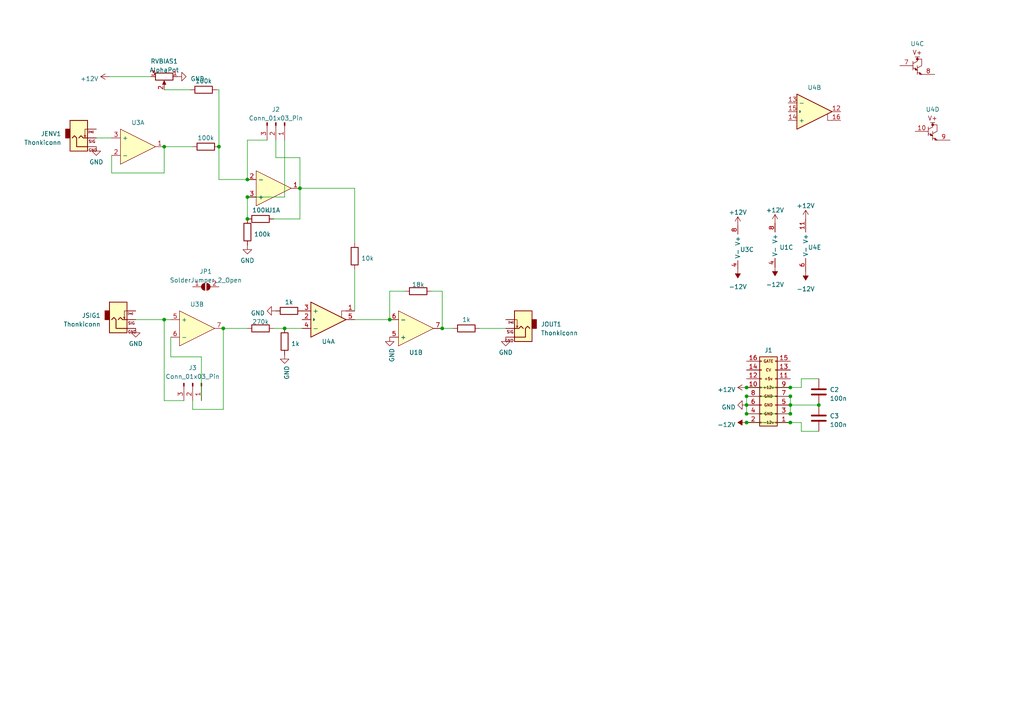
<source format=kicad_sch>
(kicad_sch (version 20230121) (generator eeschema)

  (uuid f29443fa-abd0-422f-8e49-b8ec1d23dff0)

  (paper "A4")

  (lib_symbols
    (symbol "Connector:Conn_01x03_Pin" (pin_names (offset 1.016) hide) (in_bom yes) (on_board yes)
      (property "Reference" "J" (at 0 5.08 0)
        (effects (font (size 1.27 1.27)))
      )
      (property "Value" "Conn_01x03_Pin" (at 0 -5.08 0)
        (effects (font (size 1.27 1.27)))
      )
      (property "Footprint" "" (at 0 0 0)
        (effects (font (size 1.27 1.27)) hide)
      )
      (property "Datasheet" "~" (at 0 0 0)
        (effects (font (size 1.27 1.27)) hide)
      )
      (property "ki_locked" "" (at 0 0 0)
        (effects (font (size 1.27 1.27)))
      )
      (property "ki_keywords" "connector" (at 0 0 0)
        (effects (font (size 1.27 1.27)) hide)
      )
      (property "ki_description" "Generic connector, single row, 01x03, script generated" (at 0 0 0)
        (effects (font (size 1.27 1.27)) hide)
      )
      (property "ki_fp_filters" "Connector*:*_1x??_*" (at 0 0 0)
        (effects (font (size 1.27 1.27)) hide)
      )
      (symbol "Conn_01x03_Pin_1_1"
        (polyline
          (pts
            (xy 1.27 -2.54)
            (xy 0.8636 -2.54)
          )
          (stroke (width 0.1524) (type default))
          (fill (type none))
        )
        (polyline
          (pts
            (xy 1.27 0)
            (xy 0.8636 0)
          )
          (stroke (width 0.1524) (type default))
          (fill (type none))
        )
        (polyline
          (pts
            (xy 1.27 2.54)
            (xy 0.8636 2.54)
          )
          (stroke (width 0.1524) (type default))
          (fill (type none))
        )
        (rectangle (start 0.8636 -2.413) (end 0 -2.667)
          (stroke (width 0.1524) (type default))
          (fill (type outline))
        )
        (rectangle (start 0.8636 0.127) (end 0 -0.127)
          (stroke (width 0.1524) (type default))
          (fill (type outline))
        )
        (rectangle (start 0.8636 2.667) (end 0 2.413)
          (stroke (width 0.1524) (type default))
          (fill (type outline))
        )
        (pin passive line (at 5.08 2.54 180) (length 3.81)
          (name "Pin_1" (effects (font (size 1.27 1.27))))
          (number "1" (effects (font (size 1.27 1.27))))
        )
        (pin passive line (at 5.08 0 180) (length 3.81)
          (name "Pin_2" (effects (font (size 1.27 1.27))))
          (number "2" (effects (font (size 1.27 1.27))))
        )
        (pin passive line (at 5.08 -2.54 180) (length 3.81)
          (name "Pin_3" (effects (font (size 1.27 1.27))))
          (number "3" (effects (font (size 1.27 1.27))))
        )
      )
    )
    (symbol "Jumper:SolderJumper_2_Open" (pin_names (offset 0) hide) (in_bom yes) (on_board yes)
      (property "Reference" "JP" (at 0 2.032 0)
        (effects (font (size 1.27 1.27)))
      )
      (property "Value" "SolderJumper_2_Open" (at 0 -2.54 0)
        (effects (font (size 1.27 1.27)))
      )
      (property "Footprint" "" (at 0 0 0)
        (effects (font (size 1.27 1.27)) hide)
      )
      (property "Datasheet" "~" (at 0 0 0)
        (effects (font (size 1.27 1.27)) hide)
      )
      (property "ki_keywords" "solder jumper SPST" (at 0 0 0)
        (effects (font (size 1.27 1.27)) hide)
      )
      (property "ki_description" "Solder Jumper, 2-pole, open" (at 0 0 0)
        (effects (font (size 1.27 1.27)) hide)
      )
      (property "ki_fp_filters" "SolderJumper*Open*" (at 0 0 0)
        (effects (font (size 1.27 1.27)) hide)
      )
      (symbol "SolderJumper_2_Open_0_1"
        (arc (start -0.254 1.016) (mid -1.2656 0) (end -0.254 -1.016)
          (stroke (width 0) (type default))
          (fill (type none))
        )
        (arc (start -0.254 1.016) (mid -1.2656 0) (end -0.254 -1.016)
          (stroke (width 0) (type default))
          (fill (type outline))
        )
        (polyline
          (pts
            (xy -0.254 1.016)
            (xy -0.254 -1.016)
          )
          (stroke (width 0) (type default))
          (fill (type none))
        )
        (polyline
          (pts
            (xy 0.254 1.016)
            (xy 0.254 -1.016)
          )
          (stroke (width 0) (type default))
          (fill (type none))
        )
        (arc (start 0.254 -1.016) (mid 1.2656 0) (end 0.254 1.016)
          (stroke (width 0) (type default))
          (fill (type none))
        )
        (arc (start 0.254 -1.016) (mid 1.2656 0) (end 0.254 1.016)
          (stroke (width 0) (type default))
          (fill (type outline))
        )
      )
      (symbol "SolderJumper_2_Open_1_1"
        (pin passive line (at -3.81 0 0) (length 2.54)
          (name "A" (effects (font (size 1.27 1.27))))
          (number "1" (effects (font (size 1.27 1.27))))
        )
        (pin passive line (at 3.81 0 180) (length 2.54)
          (name "B" (effects (font (size 1.27 1.27))))
          (number "2" (effects (font (size 1.27 1.27))))
        )
      )
    )
    (symbol "PCM_EuroRackTools:100k" (pin_numbers hide) (pin_names (offset 0)) (in_bom yes) (on_board yes)
      (property "Reference" "R" (at -1.27 6.35 0)
        (effects (font (size 1.27 1.27)) hide)
      )
      (property "Value" "100k" (at -1.27 1.27 0)
        (effects (font (size 1.27 1.27)))
      )
      (property "Footprint" "Resistor_SMD:R_0603_1608Metric" (at -1.27 -6.35 0)
        (effects (font (size 1.27 1.27)) hide)
      )
      (property "Datasheet" "~" (at -6.35 6.35 90)
        (effects (font (size 1.27 1.27)) hide)
      )
      (property "LCSC" "C25803" (at -1.27 -1.27 0)
        (effects (font (size 1.27 1.27)) hide)
      )
      (property "ki_keywords" "R res resistor" (at 0 0 0)
        (effects (font (size 1.27 1.27)) hide)
      )
      (property "ki_description" "Resistor" (at 0 0 0)
        (effects (font (size 1.27 1.27)) hide)
      )
      (property "ki_fp_filters" "R_*" (at 0 0 0)
        (effects (font (size 1.27 1.27)) hide)
      )
      (symbol "100k_0_1"
        (rectangle (start 1.27 0.254) (end -3.81 2.286)
          (stroke (width 0.254) (type default))
          (fill (type none))
        )
      )
      (symbol "100k_1_1"
        (pin passive line (at -5.08 1.27 0) (length 1.27)
          (name "~" (effects (font (size 1.27 1.27))))
          (number "1" (effects (font (size 1.27 1.27))))
        )
        (pin passive line (at 2.54 1.27 180) (length 1.27)
          (name "~" (effects (font (size 1.27 1.27))))
          (number "2" (effects (font (size 1.27 1.27))))
        )
      )
    )
    (symbol "PCM_EuroRackTools:100n" (pin_numbers hide) (pin_names (offset 0.254)) (in_bom yes) (on_board yes)
      (property "Reference" "C" (at -3.175 0 90)
        (effects (font (size 1.27 1.27)) (justify left))
      )
      (property "Value" "100n" (at 1.905 0 90)
        (effects (font (size 1.27 1.27)) (justify left))
      )
      (property "Footprint" "Capacitor_SMD:C_0603_1608Metric" (at 13.97 1.27 90)
        (effects (font (size 1.27 1.27)) hide)
      )
      (property "Datasheet" "~" (at -5.08 7.62 90)
        (effects (font (size 1.27 1.27)) hide)
      )
      (property "LCSC" "C14663" (at -3.81 3.81 0)
        (effects (font (size 1.27 1.27)) hide)
      )
      (property "ki_keywords" "cap capacitor" (at 0 0 0)
        (effects (font (size 1.27 1.27)) hide)
      )
      (property "ki_description" "Unpolarized capacitor" (at 0 0 0)
        (effects (font (size 1.27 1.27)) hide)
      )
      (property "ki_fp_filters" "C_*" (at 0 0 0)
        (effects (font (size 1.27 1.27)) hide)
      )
      (symbol "100n_0_1"
        (polyline
          (pts
            (xy -1.397 -2.667)
            (xy -1.397 1.397)
          )
          (stroke (width 0.508) (type default))
          (fill (type none))
        )
        (polyline
          (pts
            (xy 0.127 -2.667)
            (xy 0.127 1.397)
          )
          (stroke (width 0.508) (type default))
          (fill (type none))
        )
      )
      (symbol "100n_1_1"
        (pin passive line (at -4.445 -0.635 0) (length 2.794)
          (name "~" (effects (font (size 1.27 1.27))))
          (number "1" (effects (font (size 1.27 1.27))))
        )
        (pin passive line (at 3.175 -0.635 180) (length 2.794)
          (name "~" (effects (font (size 1.27 1.27))))
          (number "2" (effects (font (size 1.27 1.27))))
        )
      )
    )
    (symbol "PCM_EuroRackTools:10k" (pin_numbers hide) (pin_names (offset 0)) (in_bom yes) (on_board yes)
      (property "Reference" "R" (at -1.27 6.35 0)
        (effects (font (size 1.27 1.27)) hide)
      )
      (property "Value" "10k" (at -1.27 1.27 0)
        (effects (font (size 1.27 1.27)))
      )
      (property "Footprint" "Resistor_SMD:R_0603_1608Metric" (at -1.27 -6.35 0)
        (effects (font (size 1.27 1.27)) hide)
      )
      (property "Datasheet" "~" (at -6.35 6.35 90)
        (effects (font (size 1.27 1.27)) hide)
      )
      (property "lcsc" "C73809" (at -1.27 -2.54 0)
        (effects (font (size 1.27 1.27)) hide)
      )
      (property "LCSC" "LCSC_PART_NUM" (at -1.27 -2.54 0)
        (effects (font (size 1.27 1.27)) hide)
      )
      (property "ki_keywords" "R res resistor" (at 0 0 0)
        (effects (font (size 1.27 1.27)) hide)
      )
      (property "ki_description" "Resistor" (at 0 0 0)
        (effects (font (size 1.27 1.27)) hide)
      )
      (property "ki_fp_filters" "R_*" (at 0 0 0)
        (effects (font (size 1.27 1.27)) hide)
      )
      (symbol "10k_0_1"
        (rectangle (start 1.27 0.254) (end -3.81 2.286)
          (stroke (width 0.254) (type default))
          (fill (type none))
        )
      )
      (symbol "10k_1_1"
        (pin passive line (at -5.08 1.27 0) (length 1.27)
          (name "~" (effects (font (size 1.27 1.27))))
          (number "1" (effects (font (size 1.27 1.27))))
        )
        (pin passive line (at 2.54 1.27 180) (length 1.27)
          (name "~" (effects (font (size 1.27 1.27))))
          (number "2" (effects (font (size 1.27 1.27))))
        )
      )
    )
    (symbol "PCM_EuroRackTools:18k" (pin_numbers hide) (pin_names (offset 0)) (in_bom yes) (on_board yes)
      (property "Reference" "R" (at -1.27 6.35 0)
        (effects (font (size 1.27 1.27)) hide)
      )
      (property "Value" "18k" (at -1.27 1.27 0)
        (effects (font (size 1.27 1.27)))
      )
      (property "Footprint" "Resistor_SMD:R_0603_1608Metric" (at -1.27 -6.35 0)
        (effects (font (size 1.27 1.27)) hide)
      )
      (property "Datasheet" "~" (at -6.35 6.35 90)
        (effects (font (size 1.27 1.27)) hide)
      )
      (property "lcsc" "C25810" (at 0 -3.81 0)
        (effects (font (size 1.27 1.27)) hide)
      )
      (property "LCSC" "LCSC_PART_NUM" (at -1.27 -2.54 0)
        (effects (font (size 1.27 1.27)) hide)
      )
      (property "ki_keywords" "R res resistor" (at 0 0 0)
        (effects (font (size 1.27 1.27)) hide)
      )
      (property "ki_description" "Resistor" (at 0 0 0)
        (effects (font (size 1.27 1.27)) hide)
      )
      (property "ki_fp_filters" "R_*" (at 0 0 0)
        (effects (font (size 1.27 1.27)) hide)
      )
      (symbol "18k_0_1"
        (rectangle (start 1.27 0.254) (end -3.81 2.286)
          (stroke (width 0.254) (type default))
          (fill (type none))
        )
      )
      (symbol "18k_1_1"
        (pin passive line (at -5.08 1.27 0) (length 1.27)
          (name "~" (effects (font (size 1.27 1.27))))
          (number "1" (effects (font (size 1.27 1.27))))
        )
        (pin passive line (at 2.54 1.27 180) (length 1.27)
          (name "~" (effects (font (size 1.27 1.27))))
          (number "2" (effects (font (size 1.27 1.27))))
        )
      )
    )
    (symbol "PCM_EuroRackTools:1k" (pin_numbers hide) (pin_names (offset 0)) (in_bom yes) (on_board yes)
      (property "Reference" "R" (at -1.27 3.81 0)
        (effects (font (size 1.27 1.27)) hide)
      )
      (property "Value" "1k" (at -1.27 1.27 0)
        (effects (font (size 1.27 1.27)))
      )
      (property "Footprint" "Resistor_SMD:R_0603_1608Metric" (at -1.27 -6.35 0)
        (effects (font (size 1.27 1.27)) hide)
      )
      (property "Datasheet" "~" (at -6.35 6.35 90)
        (effects (font (size 1.27 1.27)) hide)
      )
      (property "LCSC" "C21190" (at -1.27 -1.27 0)
        (effects (font (size 1.27 1.27)) hide)
      )
      (property "ki_keywords" "R res resistor" (at 0 0 0)
        (effects (font (size 1.27 1.27)) hide)
      )
      (property "ki_description" "Resistor" (at 0 0 0)
        (effects (font (size 1.27 1.27)) hide)
      )
      (property "ki_fp_filters" "R_*" (at 0 0 0)
        (effects (font (size 1.27 1.27)) hide)
      )
      (symbol "1k_0_1"
        (rectangle (start 1.27 0.254) (end -3.81 2.286)
          (stroke (width 0.254) (type default))
          (fill (type none))
        )
      )
      (symbol "1k_1_1"
        (pin passive line (at -5.08 1.27 0) (length 1.27)
          (name "~" (effects (font (size 1.27 1.27))))
          (number "1" (effects (font (size 1.27 1.27))))
        )
        (pin passive line (at 2.54 1.27 180) (length 1.27)
          (name "~" (effects (font (size 1.27 1.27))))
          (number "2" (effects (font (size 1.27 1.27))))
        )
      )
    )
    (symbol "PCM_EuroRackTools:270k" (pin_numbers hide) (pin_names (offset 0)) (in_bom yes) (on_board yes)
      (property "Reference" "R" (at -1.27 6.35 0)
        (effects (font (size 1.27 1.27)) hide)
      )
      (property "Value" "270k" (at -1.27 1.27 0)
        (effects (font (size 1.27 1.27)))
      )
      (property "Footprint" "Resistor_SMD:R_0603_1608Metric" (at -1.27 -6.35 0)
        (effects (font (size 1.27 1.27)) hide)
      )
      (property "Datasheet" "~" (at -6.35 6.35 90)
        (effects (font (size 1.27 1.27)) hide)
      )
      (property "LCSC" "C103491" (at -1.27 -1.27 0)
        (effects (font (size 1.27 1.27)) hide)
      )
      (property "ki_keywords" "R res resistor" (at 0 0 0)
        (effects (font (size 1.27 1.27)) hide)
      )
      (property "ki_description" "Resistor" (at 0 0 0)
        (effects (font (size 1.27 1.27)) hide)
      )
      (property "ki_fp_filters" "R_*" (at 0 0 0)
        (effects (font (size 1.27 1.27)) hide)
      )
      (symbol "270k_0_1"
        (rectangle (start 1.27 0.254) (end -3.81 2.286)
          (stroke (width 0.254) (type default))
          (fill (type none))
        )
      )
      (symbol "270k_1_1"
        (pin passive line (at -5.08 1.27 0) (length 1.27)
          (name "~" (effects (font (size 1.27 1.27))))
          (number "1" (effects (font (size 1.27 1.27))))
        )
        (pin passive line (at 2.54 1.27 180) (length 1.27)
          (name "~" (effects (font (size 1.27 1.27))))
          (number "2" (effects (font (size 1.27 1.27))))
        )
      )
    )
    (symbol "PCM_EuroRackTools:AlphaPot" (pin_names (offset 1.016) hide) (in_bom yes) (on_board yes)
      (property "Reference" "RV" (at -4.445 0 90)
        (effects (font (size 1.27 1.27)))
      )
      (property "Value" "AlphaPot" (at -2.54 0 90)
        (effects (font (size 1.27 1.27)))
      )
      (property "Footprint" "Potentiometer_THT:Potentiometer_Alpha_RD901F-40-00D_Single_Vertical" (at 0 11.43 0)
        (effects (font (size 1.27 1.27)) hide)
      )
      (property "Datasheet" "~" (at 0 0 0)
        (effects (font (size 1.27 1.27)) hide)
      )
      (property "Sim.Pins" "1=1 2=2 3=3" (at 0 0 0)
        (effects (font (size 0 0)) hide)
      )
      (property "Sim.Device" "SPICE" (at -5.08 -5.08 90)
        (effects (font (size 1.27 1.27)) hide)
      )
      (property "Sim.Params" "type=\"X\" model=\"pot100k\" lib=\"\"" (at 0 0 0)
        (effects (font (size 0 0)) hide)
      )
      (property "ki_keywords" "resistor variable" (at 0 0 0)
        (effects (font (size 1.27 1.27)) hide)
      )
      (property "ki_description" "Potentiometer" (at 0 0 0)
        (effects (font (size 1.27 1.27)) hide)
      )
      (property "ki_fp_filters" "Potentiometer*" (at 0 0 0)
        (effects (font (size 1.27 1.27)) hide)
      )
      (symbol "AlphaPot_0_1"
        (polyline
          (pts
            (xy 2.54 0)
            (xy 1.524 0)
          )
          (stroke (width 0) (type default))
          (fill (type none))
        )
        (polyline
          (pts
            (xy 1.143 0)
            (xy 2.286 0.508)
            (xy 2.286 -0.508)
            (xy 1.143 0)
          )
          (stroke (width 0) (type default))
          (fill (type outline))
        )
        (rectangle (start 1.016 2.54) (end -1.016 -2.54)
          (stroke (width 0.254) (type default))
          (fill (type none))
        )
      )
      (symbol "AlphaPot_1_1"
        (pin passive line (at 0 3.81 270) (length 1.27)
          (name "1" (effects (font (size 1.27 1.27))))
          (number "1" (effects (font (size 1.27 1.27))))
        )
        (pin passive line (at 3.81 0 180) (length 1.27)
          (name "2" (effects (font (size 1.27 1.27))))
          (number "2" (effects (font (size 1.27 1.27))))
        )
        (pin passive line (at 0 -3.81 90) (length 1.27)
          (name "3" (effects (font (size 1.27 1.27))))
          (number "3" (effects (font (size 1.27 1.27))))
        )
      )
    )
    (symbol "PCM_EuroRackTools:EuroPower16" (pin_names (offset 1.016) hide) (in_bom yes) (on_board yes)
      (property "Reference" "J" (at 1.27 10.16 0)
        (effects (font (size 1.27 1.27)))
      )
      (property "Value" "EuroPower16" (at 1.27 -12.7 0)
        (effects (font (size 1.27 1.27)) hide)
      )
      (property "Footprint" "Connector_IDC:IDC-Header_2x08_P2.54mm_Vertical_SMD" (at 1.524 -18.034 0)
        (effects (font (size 1.27 1.27)) hide)
      )
      (property "Datasheet" "~" (at 1.524 -15.367 0)
        (effects (font (size 1.27 1.27)) hide)
      )
      (property "lcsc" "C383608" (at 5.08 12.7 0)
        (effects (font (size 1.27 1.27)) hide)
      )
      (property "ki_keywords" "connector" (at 0 0 0)
        (effects (font (size 1.27 1.27)) hide)
      )
      (property "ki_description" "Generic connector, double row, 02x08, odd/even pin numbering scheme (row 1 odd numbers, row 2 even numbers), script generated (kicad-library-utils/schlib/autogen/connector/)" (at 0 0 0)
        (effects (font (size 1.27 1.27)) hide)
      )
      (property "ki_fp_filters" "Connector*:*_2x??_*" (at 0 0 0)
        (effects (font (size 1.27 1.27)) hide)
      )
      (symbol "EuroPower16_0_0"
        (text "+12v" (at 1.27 0 0)
          (effects (font (size 0.8 0.8)))
        )
        (text "+5v" (at 1.27 2.54 0)
          (effects (font (size 0.8 0.8)))
        )
        (text "-12v" (at 1.27 -10.16 0)
          (effects (font (size 0.8 0.8)))
        )
        (text "CV" (at 1.27 5.08 0)
          (effects (font (size 0.8 0.8)))
        )
        (text "GATE" (at 1.27 7.62 0)
          (effects (font (size 0.8 0.8)))
        )
        (text "GND" (at 1.27 -7.62 0)
          (effects (font (size 0.8 0.8)))
        )
        (text "GND" (at 1.27 -5.08 0)
          (effects (font (size 0.8 0.8)))
        )
        (text "GND" (at 1.27 -2.54 0)
          (effects (font (size 0.8 0.8)))
        )
      )
      (symbol "EuroPower16_1_1"
        (rectangle (start -1.27 -10.033) (end -0.762 -10.287)
          (stroke (width 0.1524) (type default))
          (fill (type none))
        )
        (rectangle (start -1.27 -7.493) (end -0.762 -7.747)
          (stroke (width 0.1524) (type default))
          (fill (type none))
        )
        (rectangle (start -1.27 -4.953) (end -0.762 -5.207)
          (stroke (width 0.1524) (type default))
          (fill (type none))
        )
        (rectangle (start -1.27 -2.413) (end -0.762 -2.667)
          (stroke (width 0.1524) (type default))
          (fill (type none))
        )
        (rectangle (start -1.27 0.127) (end -0.762 -0.127)
          (stroke (width 0.1524) (type default))
          (fill (type none))
        )
        (rectangle (start -1.27 2.667) (end -0.762 2.413)
          (stroke (width 0.1524) (type default))
          (fill (type none))
        )
        (rectangle (start -1.27 5.207) (end -0.762 4.953)
          (stroke (width 0.1524) (type default))
          (fill (type none))
        )
        (rectangle (start -1.27 7.747) (end -0.762 7.493)
          (stroke (width 0.1524) (type default))
          (fill (type none))
        )
        (rectangle (start -1.27 8.89) (end 3.81 -11.176)
          (stroke (width 0.254) (type default))
          (fill (type background))
        )
        (rectangle (start 3.302 -10.033) (end 3.81 -10.287)
          (stroke (width 0.1524) (type default))
          (fill (type none))
        )
        (rectangle (start 3.302 -7.493) (end 3.81 -7.747)
          (stroke (width 0.1524) (type default))
          (fill (type none))
        )
        (rectangle (start 3.302 -4.953) (end 3.81 -5.207)
          (stroke (width 0.1524) (type default))
          (fill (type none))
        )
        (rectangle (start 3.302 -2.413) (end 3.81 -2.667)
          (stroke (width 0.1524) (type default))
          (fill (type none))
        )
        (rectangle (start 3.302 0.127) (end 3.81 -0.127)
          (stroke (width 0.1524) (type default))
          (fill (type none))
        )
        (rectangle (start 3.302 2.667) (end 3.81 2.413)
          (stroke (width 0.1524) (type default))
          (fill (type none))
        )
        (rectangle (start 3.302 5.207) (end 3.81 4.953)
          (stroke (width 0.1524) (type default))
          (fill (type none))
        )
        (rectangle (start 3.302 7.747) (end 3.81 7.493)
          (stroke (width 0.1524) (type default))
          (fill (type none))
        )
        (pin power_out line (at 7.62 -10.16 180) (length 3.81)
          (name "-12v_R" (effects (font (size 1.27 1.27))))
          (number "1" (effects (font (size 1.27 1.27))))
        )
        (pin power_out line (at -5.08 0 0) (length 3.81)
          (name "+12V_L" (effects (font (size 1.27 1.27))))
          (number "10" (effects (font (size 1.27 1.27))))
        )
        (pin power_out line (at 7.62 2.54 180) (length 3.81)
          (name "+5v_R" (effects (font (size 1.27 1.27))))
          (number "11" (effects (font (size 1.27 1.27))))
        )
        (pin power_out line (at -5.08 2.54 0) (length 3.81)
          (name "+5v_L" (effects (font (size 1.27 1.27))))
          (number "12" (effects (font (size 1.27 1.27))))
        )
        (pin passive line (at 7.62 5.08 180) (length 3.81)
          (name "CV_R" (effects (font (size 1.27 1.27))))
          (number "13" (effects (font (size 1.27 1.27))))
        )
        (pin passive line (at -5.08 5.08 0) (length 3.81)
          (name "CV_L" (effects (font (size 1.27 1.27))))
          (number "14" (effects (font (size 1.27 1.27))))
        )
        (pin passive line (at 7.62 7.62 180) (length 3.81)
          (name "GATE_R" (effects (font (size 1.27 1.27))))
          (number "15" (effects (font (size 1.27 1.27))))
        )
        (pin passive line (at -5.08 7.62 0) (length 3.81)
          (name "GATE_L" (effects (font (size 1.27 1.27))))
          (number "16" (effects (font (size 1.27 1.27))))
        )
        (pin power_out line (at -5.08 -10.16 0) (length 3.81)
          (name "-12v_L" (effects (font (size 1.27 1.27))))
          (number "2" (effects (font (size 1.27 1.27))))
        )
        (pin power_out line (at 7.62 -7.62 180) (length 3.81)
          (name "GND" (effects (font (size 1.27 1.27))))
          (number "3" (effects (font (size 1.27 1.27))))
        )
        (pin power_out line (at -5.08 -7.62 0) (length 3.81)
          (name "GND" (effects (font (size 1.27 1.27))))
          (number "4" (effects (font (size 1.27 1.27))))
        )
        (pin power_out line (at 7.62 -5.08 180) (length 3.81)
          (name "GND_R3" (effects (font (size 1.27 1.27))))
          (number "5" (effects (font (size 1.27 1.27))))
        )
        (pin power_out line (at -5.08 -5.08 0) (length 3.81)
          (name "GND_L3" (effects (font (size 1.27 1.27))))
          (number "6" (effects (font (size 1.27 1.27))))
        )
        (pin power_out line (at 7.62 -2.54 180) (length 3.81)
          (name "GND_R2" (effects (font (size 1.27 1.27))))
          (number "7" (effects (font (size 1.27 1.27))))
        )
        (pin power_out line (at -5.08 -2.54 0) (length 3.81)
          (name "GND_L2" (effects (font (size 1.27 1.27))))
          (number "8" (effects (font (size 1.27 1.27))))
        )
        (pin power_out line (at 7.62 0 180) (length 3.81)
          (name "+12V_R" (effects (font (size 1.27 1.27))))
          (number "9" (effects (font (size 1.27 1.27))))
        )
      )
    )
    (symbol "PCM_EuroRackTools:TL072" (in_bom yes) (on_board yes)
      (property "Reference" "U" (at -1.27 0 0)
        (effects (font (size 1.27 1.27)))
      )
      (property "Value" "TL072" (at 5.08 3.81 0)
        (effects (font (size 1.27 1.27)) hide)
      )
      (property "Footprint" "Package_SO:SOIC-8_3.9x4.9mm_P1.27mm" (at 0 -8.89 0)
        (effects (font (size 1.27 1.27)) hide)
      )
      (property "Datasheet" "" (at 0 0 0)
        (effects (font (size 1.27 1.27)) hide)
      )
      (property "Sim.Pins" "1=1 2=2 3=3 4=4 5=5 6=6 7=7 8=8" (at -11.43 17.78 0)
        (effects (font (size 1.27 1.27)) hide)
      )
      (property "Sim.Device" "SPICE" (at 1.27 7.62 0)
        (effects (font (size 1.27 1.27)) hide)
      )
      (property "Sim.Params" "type=\"X\" model=\"MY_TL072\" lib=\"\"" (at 0 0 0)
        (effects (font (size 0 0)) hide)
      )
      (property "LCSC" "C6961" (at 3.175 -4.445 0)
        (effects (font (size 1.27 1.27)) hide)
      )
      (symbol "TL072_1_1"
        (polyline
          (pts
            (xy -5.08 5.08)
            (xy -5.08 -5.08)
            (xy 5.08 0)
            (xy -5.08 5.08)
          )
          (stroke (width 0.1524) (type default))
          (fill (type background))
        )
        (pin output line (at 7.62 0 180) (length 2.54)
          (name "" (effects (font (size 1.27 1.27))))
          (number "1" (effects (font (size 1.27 1.27))))
        )
        (pin input line (at -7.62 -2.54 0) (length 2.54)
          (name "-" (effects (font (size 1.27 1.27))))
          (number "2" (effects (font (size 1.27 1.27))))
        )
        (pin input line (at -7.62 2.54 0) (length 2.54)
          (name "+" (effects (font (size 1.27 1.27))))
          (number "3" (effects (font (size 1.27 1.27))))
        )
      )
      (symbol "TL072_2_1"
        (polyline
          (pts
            (xy -5.08 5.08)
            (xy -5.08 -5.08)
            (xy 5.08 0)
            (xy -5.08 5.08)
          )
          (stroke (width 0.1524) (type default))
          (fill (type background))
        )
        (pin input line (at -7.62 2.54 0) (length 2.54)
          (name "+" (effects (font (size 1.27 1.27))))
          (number "5" (effects (font (size 1.27 1.27))))
        )
        (pin input line (at -7.62 -2.54 0) (length 2.54)
          (name "-" (effects (font (size 1.27 1.27))))
          (number "6" (effects (font (size 1.27 1.27))))
        )
        (pin output line (at 7.62 0 180) (length 2.54)
          (name "" (effects (font (size 1.27 1.27))))
          (number "7" (effects (font (size 1.27 1.27))))
        )
      )
      (symbol "TL072_3_0"
        (pin power_in line (at -2.54 -6.35 90) (length 2.54)
          (name "V-" (effects (font (size 1.27 1.27))))
          (number "4" (effects (font (size 1.27 1.27))))
        )
        (pin power_in line (at -2.54 6.35 270) (length 2.54)
          (name "V+" (effects (font (size 1.27 1.27))))
          (number "8" (effects (font (size 1.27 1.27))))
        )
      )
    )
    (symbol "PCM_EuroRackTools:Thonkiconn" (pin_numbers hide) (in_bom yes) (on_board yes)
      (property "Reference" "J" (at -1.27 -3.048 0)
        (effects (font (size 1.27 1.27)))
      )
      (property "Value" "Thonkiconn" (at 0 6.35 0)
        (effects (font (size 1.27 1.27)))
      )
      (property "Footprint" "Connector_Audio:Jack_3.5mm_QingPu_WQP-PJ398SM_Vertical_CircularHoles" (at 1.27 11.43 0)
        (effects (font (size 1.27 1.27)) hide)
      )
      (property "Datasheet" "~" (at 0 0 0)
        (effects (font (size 1.27 1.27)) hide)
      )
      (property "ki_keywords" "audio jack receptacle mono headphones phone TS connector" (at 0 0 0)
        (effects (font (size 1.27 1.27)) hide)
      )
      (property "ki_description" "Audio Jack, 2 Poles (Mono / TS), Switched T Pole (Normalling)" (at 0 0 0)
        (effects (font (size 1.27 1.27)) hide)
      )
      (property "ki_fp_filters" "Jack*" (at 0 0 0)
        (effects (font (size 1.27 1.27)) hide)
      )
      (symbol "Thonkiconn_0_0"
        (text "(no)" (at 3.556 -1.778 0)
          (effects (font (size 0.5 0.5)))
        )
        (text "GND" (at 4.064 3.556 0)
          (effects (font (size 0.8 0.8)))
        )
        (text "SIG" (at 3.81 1.016 0)
          (effects (font (size 0.8 0.8)))
        )
      )
      (symbol "Thonkiconn_0_1"
        (rectangle (start -2.54 0) (end -3.81 -2.54)
          (stroke (width 0.254) (type default))
          (fill (type outline))
        )
        (polyline
          (pts
            (xy 1.778 -0.254)
            (xy 2.032 -0.762)
          )
          (stroke (width 0) (type default))
          (fill (type none))
        )
        (polyline
          (pts
            (xy 0 0)
            (xy 0.635 -0.635)
            (xy 1.27 0)
            (xy 2.54 0)
          )
          (stroke (width 0.254) (type default))
          (fill (type none))
        )
        (polyline
          (pts
            (xy 2.54 -2.54)
            (xy 1.778 -2.54)
            (xy 1.778 -0.254)
            (xy 1.524 -0.762)
          )
          (stroke (width 0) (type default))
          (fill (type none))
        )
        (polyline
          (pts
            (xy 2.54 2.54)
            (xy -0.635 2.54)
            (xy -0.635 0)
            (xy -1.27 -0.635)
            (xy -1.905 0)
          )
          (stroke (width 0.254) (type default))
          (fill (type none))
        )
        (rectangle (start 2.54 3.81) (end -2.54 -5.08)
          (stroke (width 0.254) (type default))
          (fill (type background))
        )
      )
      (symbol "Thonkiconn_1_1"
        (pin passive line (at 5.08 2.54 180) (length 2.54)
          (name "~" (effects (font (size 1.27 1.27))))
          (number "S" (effects (font (size 1.27 1.27))))
        )
        (pin passive line (at 5.08 0 180) (length 2.54)
          (name "~" (effects (font (size 1.27 1.27))))
          (number "T" (effects (font (size 1.27 1.27))))
        )
        (pin passive line (at 5.08 -2.54 180) (length 2.54)
          (name "~" (effects (font (size 1.27 1.27))))
          (number "TN" (effects (font (size 1.27 1.27))))
        )
      )
    )
    (symbol "PCM_EuroRackTools:XL13700" (in_bom yes) (on_board yes)
      (property "Reference" "U" (at -1.27 0 0)
        (effects (font (size 1.27 1.27)))
      )
      (property "Value" "XL13700" (at 3.81 5.08 0)
        (effects (font (size 1.27 1.27)) hide)
      )
      (property "Footprint" "Package_SO:SOP-16_3.9x9.9mm_P1.27mm" (at -0.635 -8.89 0)
        (effects (font (size 1.27 1.27)) hide)
      )
      (property "Datasheet" "" (at 0 0 0)
        (effects (font (size 1.27 1.27)) hide)
      )
      (property "Sim.Pins" "1=1 2=2 3=3 4=4 5=5 6=6 7=7 8=8 9=9 10=10 11=11 12=12 13=13 14=14 15=15 16=16" (at 0 0 0)
        (effects (font (size 0 0)) hide)
      )
      (property "Sim.Device" "SPICE" (at 8.89 6.35 0)
        (effects (font (size 1.27 1.27)) hide)
      )
      (property "Sim.Params" "type=\"X\" model=\"MY_LM13700\" lib=\"\"" (at 0 0 0)
        (effects (font (size 0 0)) hide)
      )
      (property "LCSC" "C521166" (at 2.54 -6.35 0)
        (effects (font (size 1.27 1.27)) hide)
      )
      (symbol "XL13700_1_1"
        (polyline
          (pts
            (xy 3.81 -0.635)
            (xy 3.81 -2.54)
            (xy 5.08 -2.54)
          )
          (stroke (width 0) (type default))
          (fill (type none))
        )
        (polyline
          (pts
            (xy 5.08 0)
            (xy -5.08 -5.08)
            (xy -5.08 5.08)
            (xy 5.08 0)
          )
          (stroke (width 0.254) (type default))
          (fill (type background))
        )
        (pin input line (at 7.62 -2.54 180) (length 2.54)
          (name "~" (effects (font (size 1.27 1.27))))
          (number "1" (effects (font (size 1.27 1.27))))
        )
        (pin input line (at -7.62 0 0) (length 2.54)
          (name "D" (effects (font (size 0.508 0.508))))
          (number "2" (effects (font (size 1.27 1.27))))
        )
        (pin input line (at -7.62 -2.54 0) (length 2.54)
          (name "+" (effects (font (size 1.27 1.27))))
          (number "3" (effects (font (size 1.27 1.27))))
        )
        (pin input line (at -7.62 2.54 0) (length 2.54)
          (name "-" (effects (font (size 1.27 1.27))))
          (number "4" (effects (font (size 1.27 1.27))))
        )
        (pin output line (at 7.62 0 180) (length 2.54)
          (name "~" (effects (font (size 1.27 1.27))))
          (number "5" (effects (font (size 1.27 1.27))))
        )
      )
      (symbol "XL13700_2_1"
        (polyline
          (pts
            (xy 3.81 -0.635)
            (xy 3.81 -2.54)
            (xy 5.08 -2.54)
          )
          (stroke (width 0) (type default))
          (fill (type none))
        )
        (polyline
          (pts
            (xy 5.08 0)
            (xy -5.08 -5.08)
            (xy -5.08 5.08)
            (xy 5.08 0)
          )
          (stroke (width 0.254) (type default))
          (fill (type background))
        )
        (pin output line (at 7.62 0 180) (length 2.54)
          (name "~" (effects (font (size 1.27 1.27))))
          (number "12" (effects (font (size 1.27 1.27))))
        )
        (pin input line (at -7.62 2.54 0) (length 2.54)
          (name "-" (effects (font (size 1.27 1.27))))
          (number "13" (effects (font (size 1.27 1.27))))
        )
        (pin input line (at -7.62 -2.54 0) (length 2.54)
          (name "+" (effects (font (size 1.27 1.27))))
          (number "14" (effects (font (size 1.27 1.27))))
        )
        (pin input line (at -7.62 0 0) (length 2.54)
          (name "D" (effects (font (size 0.508 0.508))))
          (number "15" (effects (font (size 1.27 1.27))))
        )
        (pin input line (at 7.62 -2.54 180) (length 2.54)
          (name "~" (effects (font (size 1.27 1.27))))
          (number "16" (effects (font (size 1.27 1.27))))
        )
      )
      (symbol "XL13700_3_0"
        (polyline
          (pts
            (xy -1.905 2.54)
            (xy -3.175 2.54)
          )
          (stroke (width 0) (type default))
          (fill (type none))
        )
      )
      (symbol "XL13700_3_1"
        (circle (center -2.54 1.905) (radius 0.254)
          (stroke (width 0.254) (type default))
          (fill (type outline))
        )
        (polyline
          (pts
            (xy -3.81 -0.635)
            (xy -2.54 -1.27)
          )
          (stroke (width 0) (type default))
          (fill (type none))
        )
        (polyline
          (pts
            (xy -3.81 1.27)
            (xy -3.81 -1.27)
          )
          (stroke (width 0) (type default))
          (fill (type none))
        )
        (polyline
          (pts
            (xy -2.54 -1.905)
            (xy -1.27 -2.54)
          )
          (stroke (width 0) (type default))
          (fill (type none))
        )
        (polyline
          (pts
            (xy -2.54 0)
            (xy -2.54 -2.54)
          )
          (stroke (width 0) (type default))
          (fill (type none))
        )
        (polyline
          (pts
            (xy -3.81 0.635)
            (xy -2.54 1.27)
            (xy -2.54 1.905)
            (xy -2.54 2.54)
          )
          (stroke (width 0) (type default))
          (fill (type none))
        )
        (polyline
          (pts
            (xy -2.54 -1.27)
            (xy -3.175 -0.635)
            (xy -3.175 -1.27)
            (xy -2.54 -1.27)
          )
          (stroke (width 0) (type default))
          (fill (type outline))
        )
        (polyline
          (pts
            (xy -2.54 -0.635)
            (xy -1.27 0)
            (xy -1.27 1.905)
            (xy -2.54 1.905)
          )
          (stroke (width 0) (type default))
          (fill (type none))
        )
        (polyline
          (pts
            (xy -1.27 -2.54)
            (xy -1.905 -1.905)
            (xy -1.905 -2.54)
            (xy -1.27 -2.54)
          )
          (stroke (width 0) (type default))
          (fill (type outline))
        )
        (text "V+" (at -2.54 3.81 0)
          (effects (font (size 1.27 1.27)))
        )
        (pin input line (at -7.62 0 0) (length 3.81)
          (name "~" (effects (font (size 1.27 1.27))))
          (number "7" (effects (font (size 1.27 1.27))))
        )
        (pin output line (at 2.54 -2.54 180) (length 3.81)
          (name "~" (effects (font (size 1.27 1.27))))
          (number "8" (effects (font (size 1.27 1.27))))
        )
      )
      (symbol "XL13700_4_0"
        (polyline
          (pts
            (xy -1.905 2.54)
            (xy -3.175 2.54)
          )
          (stroke (width 0) (type default))
          (fill (type none))
        )
      )
      (symbol "XL13700_4_1"
        (circle (center -2.54 1.905) (radius 0.254)
          (stroke (width 0.254) (type default))
          (fill (type outline))
        )
        (polyline
          (pts
            (xy -3.81 -0.635)
            (xy -2.54 -1.27)
          )
          (stroke (width 0) (type default))
          (fill (type none))
        )
        (polyline
          (pts
            (xy -3.81 1.27)
            (xy -3.81 -1.27)
          )
          (stroke (width 0) (type default))
          (fill (type none))
        )
        (polyline
          (pts
            (xy -2.54 -1.905)
            (xy -1.27 -2.54)
          )
          (stroke (width 0) (type default))
          (fill (type none))
        )
        (polyline
          (pts
            (xy -2.54 0)
            (xy -2.54 -2.54)
          )
          (stroke (width 0) (type default))
          (fill (type none))
        )
        (polyline
          (pts
            (xy -3.81 0.635)
            (xy -2.54 1.27)
            (xy -2.54 1.905)
            (xy -2.54 2.54)
          )
          (stroke (width 0) (type default))
          (fill (type none))
        )
        (polyline
          (pts
            (xy -2.54 -1.27)
            (xy -3.175 -0.635)
            (xy -3.175 -1.27)
            (xy -2.54 -1.27)
          )
          (stroke (width 0) (type default))
          (fill (type outline))
        )
        (polyline
          (pts
            (xy -2.54 -0.635)
            (xy -1.27 0)
            (xy -1.27 1.905)
            (xy -2.54 1.905)
          )
          (stroke (width 0) (type default))
          (fill (type none))
        )
        (polyline
          (pts
            (xy -1.27 -2.54)
            (xy -1.905 -1.905)
            (xy -1.905 -2.54)
            (xy -1.27 -2.54)
          )
          (stroke (width 0) (type default))
          (fill (type outline))
        )
        (text "V+" (at -2.54 3.81 0)
          (effects (font (size 1.27 1.27)))
        )
        (pin input line (at -7.62 0 0) (length 3.81)
          (name "~" (effects (font (size 1.27 1.27))))
          (number "10" (effects (font (size 1.27 1.27))))
        )
        (pin output line (at 2.54 -2.54 180) (length 3.81)
          (name "~" (effects (font (size 1.27 1.27))))
          (number "9" (effects (font (size 1.27 1.27))))
        )
      )
      (symbol "XL13700_5_1"
        (pin power_in line (at -2.54 7.62 270) (length 3.81)
          (name "V+" (effects (font (size 1.27 1.27))))
          (number "11" (effects (font (size 1.27 1.27))))
        )
        (pin power_in line (at -2.54 -7.62 90) (length 3.81)
          (name "V-" (effects (font (size 1.27 1.27))))
          (number "6" (effects (font (size 1.27 1.27))))
        )
      )
    )
    (symbol "power:+12V" (power) (pin_names (offset 0)) (in_bom yes) (on_board yes)
      (property "Reference" "#PWR" (at 0 -3.81 0)
        (effects (font (size 1.27 1.27)) hide)
      )
      (property "Value" "+12V" (at 0 3.556 0)
        (effects (font (size 1.27 1.27)))
      )
      (property "Footprint" "" (at 0 0 0)
        (effects (font (size 1.27 1.27)) hide)
      )
      (property "Datasheet" "" (at 0 0 0)
        (effects (font (size 1.27 1.27)) hide)
      )
      (property "ki_keywords" "global power" (at 0 0 0)
        (effects (font (size 1.27 1.27)) hide)
      )
      (property "ki_description" "Power symbol creates a global label with name \"+12V\"" (at 0 0 0)
        (effects (font (size 1.27 1.27)) hide)
      )
      (symbol "+12V_0_1"
        (polyline
          (pts
            (xy -0.762 1.27)
            (xy 0 2.54)
          )
          (stroke (width 0) (type default))
          (fill (type none))
        )
        (polyline
          (pts
            (xy 0 0)
            (xy 0 2.54)
          )
          (stroke (width 0) (type default))
          (fill (type none))
        )
        (polyline
          (pts
            (xy 0 2.54)
            (xy 0.762 1.27)
          )
          (stroke (width 0) (type default))
          (fill (type none))
        )
      )
      (symbol "+12V_1_1"
        (pin power_in line (at 0 0 90) (length 0) hide
          (name "+12V" (effects (font (size 1.27 1.27))))
          (number "1" (effects (font (size 1.27 1.27))))
        )
      )
    )
    (symbol "power:-12V" (power) (pin_names (offset 0)) (in_bom yes) (on_board yes)
      (property "Reference" "#PWR" (at 0 2.54 0)
        (effects (font (size 1.27 1.27)) hide)
      )
      (property "Value" "-12V" (at 0 3.81 0)
        (effects (font (size 1.27 1.27)))
      )
      (property "Footprint" "" (at 0 0 0)
        (effects (font (size 1.27 1.27)) hide)
      )
      (property "Datasheet" "" (at 0 0 0)
        (effects (font (size 1.27 1.27)) hide)
      )
      (property "ki_keywords" "global power" (at 0 0 0)
        (effects (font (size 1.27 1.27)) hide)
      )
      (property "ki_description" "Power symbol creates a global label with name \"-12V\"" (at 0 0 0)
        (effects (font (size 1.27 1.27)) hide)
      )
      (symbol "-12V_0_0"
        (pin power_in line (at 0 0 90) (length 0) hide
          (name "-12V" (effects (font (size 1.27 1.27))))
          (number "1" (effects (font (size 1.27 1.27))))
        )
      )
      (symbol "-12V_0_1"
        (polyline
          (pts
            (xy 0 0)
            (xy 0 1.27)
            (xy 0.762 1.27)
            (xy 0 2.54)
            (xy -0.762 1.27)
            (xy 0 1.27)
          )
          (stroke (width 0) (type default))
          (fill (type outline))
        )
      )
    )
    (symbol "power:GND" (power) (pin_names (offset 0)) (in_bom yes) (on_board yes)
      (property "Reference" "#PWR" (at 0 -6.35 0)
        (effects (font (size 1.27 1.27)) hide)
      )
      (property "Value" "GND" (at 0 -3.81 0)
        (effects (font (size 1.27 1.27)))
      )
      (property "Footprint" "" (at 0 0 0)
        (effects (font (size 1.27 1.27)) hide)
      )
      (property "Datasheet" "" (at 0 0 0)
        (effects (font (size 1.27 1.27)) hide)
      )
      (property "ki_keywords" "global power" (at 0 0 0)
        (effects (font (size 1.27 1.27)) hide)
      )
      (property "ki_description" "Power symbol creates a global label with name \"GND\" , ground" (at 0 0 0)
        (effects (font (size 1.27 1.27)) hide)
      )
      (symbol "GND_0_1"
        (polyline
          (pts
            (xy 0 0)
            (xy 0 -1.27)
            (xy 1.27 -1.27)
            (xy 0 -2.54)
            (xy -1.27 -1.27)
            (xy 0 -1.27)
          )
          (stroke (width 0) (type default))
          (fill (type none))
        )
      )
      (symbol "GND_1_1"
        (pin power_in line (at 0 0 270) (length 0) hide
          (name "GND" (effects (font (size 1.27 1.27))))
          (number "1" (effects (font (size 1.27 1.27))))
        )
      )
    )
  )

  (junction (at 64.77 95.25) (diameter 0) (color 0 0 0 0)
    (uuid 036aaa54-2fe1-4b0f-9333-96bc3dea30c2)
  )
  (junction (at 229.235 120.015) (diameter 0) (color 0 0 0 0)
    (uuid 20237b29-7271-4ee9-a877-70f20e81c7e4)
  )
  (junction (at 47.625 92.71) (diameter 0) (color 0 0 0 0)
    (uuid 21ee1bab-def2-499e-b953-afbfe464b87b)
  )
  (junction (at 229.235 117.475) (diameter 0) (color 0 0 0 0)
    (uuid 369b0df6-27ed-4a67-a3df-5755dc46d7be)
  )
  (junction (at 216.535 112.395) (diameter 0) (color 0 0 0 0)
    (uuid 41fe4a06-64a9-41dc-a686-6f62a7610535)
  )
  (junction (at 216.535 114.935) (diameter 0) (color 0 0 0 0)
    (uuid 425e1585-798e-4faa-9aa1-e428f3d3451b)
  )
  (junction (at 82.55 95.25) (diameter 0) (color 0 0 0 0)
    (uuid 45e83bd1-6400-4a53-86ea-b8ec6b25a9b6)
  )
  (junction (at 47.625 42.545) (diameter 0) (color 0 0 0 0)
    (uuid 495d1d3d-b074-4ae1-ba38-66e7844d5ca7)
  )
  (junction (at 128.27 95.25) (diameter 0) (color 0 0 0 0)
    (uuid 5877571f-4142-403d-b1c2-b348a5d0af1c)
  )
  (junction (at 71.755 52.07) (diameter 0) (color 0 0 0 0)
    (uuid 6e958c26-c314-4cb2-9cde-d8536c1f9542)
  )
  (junction (at 71.755 57.15) (diameter 0) (color 0 0 0 0)
    (uuid 7d4d5da9-ecfe-4f86-9581-130d124387f6)
  )
  (junction (at 229.235 122.555) (diameter 0) (color 0 0 0 0)
    (uuid 800efca5-c347-4411-8a4a-d8f1bd894e03)
  )
  (junction (at 216.535 117.475) (diameter 0) (color 0 0 0 0)
    (uuid 83b31878-c70f-4c31-946c-c707d61ce965)
  )
  (junction (at 71.755 63.5) (diameter 0) (color 0 0 0 0)
    (uuid acf073e3-0cca-4fc7-97ed-8911c2d4500c)
  )
  (junction (at 63.5 42.545) (diameter 0) (color 0 0 0 0)
    (uuid c43ac661-fb8f-42c8-9885-84968a476b0d)
  )
  (junction (at 216.535 122.555) (diameter 0) (color 0 0 0 0)
    (uuid c742a0ae-b413-4942-b11c-52a459ef3c47)
  )
  (junction (at 86.995 54.61) (diameter 0) (color 0 0 0 0)
    (uuid cd59a51c-f677-4526-b7fc-a8464342116f)
  )
  (junction (at 216.535 120.015) (diameter 0) (color 0 0 0 0)
    (uuid d1b5958e-f97d-410b-98da-0179034b7bba)
  )
  (junction (at 113.03 92.71) (diameter 0) (color 0 0 0 0)
    (uuid e294804b-7d08-4fee-b955-02ea550b3bfa)
  )
  (junction (at 229.235 114.935) (diameter 0) (color 0 0 0 0)
    (uuid e401fd3e-82ed-4291-80d6-0be98f8e437c)
  )
  (junction (at 229.235 112.395) (diameter 0) (color 0 0 0 0)
    (uuid f65476e0-2808-40dc-ad63-9b8ee88f52e3)
  )
  (junction (at 237.49 117.475) (diameter 0) (color 0 0 0 0)
    (uuid fa318e88-c821-4b53-8574-0f28418b6540)
  )

  (wire (pts (xy 237.49 125.095) (xy 232.41 125.095))
    (stroke (width 0) (type default))
    (uuid 034a55a6-c7fc-4908-a88c-4cae67f25393)
  )
  (wire (pts (xy 47.625 50.165) (xy 47.625 42.545))
    (stroke (width 0) (type default))
    (uuid 0483f59d-0fb5-4ae4-b0dc-04fd70f97723)
  )
  (wire (pts (xy 64.77 118.745) (xy 64.77 95.25))
    (stroke (width 0) (type default))
    (uuid 04a3a699-f0ab-4945-a582-f41afd8473c9)
  )
  (wire (pts (xy 216.535 120.015) (xy 216.535 117.475))
    (stroke (width 0) (type default))
    (uuid 0bce5a75-a4eb-4f1a-a6f9-c411eff25d8d)
  )
  (wire (pts (xy 216.535 122.555) (xy 229.235 122.555))
    (stroke (width 0) (type default))
    (uuid 15b3b555-f62e-4b72-86b9-81f5e3bb7bae)
  )
  (wire (pts (xy 77.47 40.64) (xy 71.755 40.64))
    (stroke (width 0) (type default))
    (uuid 1ece43b9-5b85-4c07-9e33-91d28fddd6ed)
  )
  (wire (pts (xy 86.995 54.61) (xy 102.87 54.61))
    (stroke (width 0) (type default))
    (uuid 23a2ff6f-b0e3-40cb-804d-7c2f3112e875)
  )
  (wire (pts (xy 86.995 63.5) (xy 86.995 54.61))
    (stroke (width 0) (type default))
    (uuid 2809cecd-9beb-460a-9059-c934d4620831)
  )
  (wire (pts (xy 49.53 103.505) (xy 58.42 103.505))
    (stroke (width 0) (type default))
    (uuid 2d778303-824a-4044-ac94-c9b675a67f95)
  )
  (wire (pts (xy 82.55 95.25) (xy 87.63 95.25))
    (stroke (width 0) (type default))
    (uuid 32083828-75d3-4ca5-a919-6b99ffe783d7)
  )
  (wire (pts (xy 237.49 109.855) (xy 232.41 109.855))
    (stroke (width 0) (type default))
    (uuid 33a55847-9b2b-4e02-a336-48caeadb65fb)
  )
  (wire (pts (xy 32.385 50.165) (xy 47.625 50.165))
    (stroke (width 0) (type default))
    (uuid 3bafe539-4afc-4d37-9ea9-a6fa64908319)
  )
  (wire (pts (xy 232.41 125.095) (xy 232.41 122.555))
    (stroke (width 0) (type default))
    (uuid 3e891528-cad4-4b82-8da7-914706f4d3b6)
  )
  (wire (pts (xy 125.095 84.455) (xy 128.27 84.455))
    (stroke (width 0) (type default))
    (uuid 41062ac1-2c90-4096-968d-6532e11bb31e)
  )
  (wire (pts (xy 63.5 26.035) (xy 63.5 42.545))
    (stroke (width 0) (type default))
    (uuid 43328809-49fe-4e36-9ede-5cc5066d2d90)
  )
  (wire (pts (xy 63.5 42.545) (xy 63.5 52.07))
    (stroke (width 0) (type default))
    (uuid 436e87c2-c7d4-46e7-b555-f2a02f4c91fc)
  )
  (wire (pts (xy 146.685 95.25) (xy 139.065 95.25))
    (stroke (width 0) (type default))
    (uuid 55ae27b5-1329-43e9-9447-fd9a3ac81197)
  )
  (wire (pts (xy 63.5 26.035) (xy 62.865 26.035))
    (stroke (width 0) (type default))
    (uuid 5c2f6357-1511-47d5-bb01-b165842d8ca3)
  )
  (wire (pts (xy 63.5 52.07) (xy 71.755 52.07))
    (stroke (width 0) (type default))
    (uuid 5e870abf-a14a-4aa7-945d-ffa7d3e412e2)
  )
  (wire (pts (xy 117.475 84.455) (xy 113.03 84.455))
    (stroke (width 0) (type default))
    (uuid 6149b470-7355-41c6-a183-f526c3bb986d)
  )
  (wire (pts (xy 229.235 122.555) (xy 232.41 122.555))
    (stroke (width 0) (type default))
    (uuid 6189c383-4213-40ac-a4b2-20001270a3aa)
  )
  (wire (pts (xy 49.53 97.79) (xy 49.53 103.505))
    (stroke (width 0) (type default))
    (uuid 623e53f0-3e05-420e-806a-33ec772657eb)
  )
  (wire (pts (xy 86.995 45.72) (xy 86.995 54.61))
    (stroke (width 0) (type default))
    (uuid 626c1ffd-96a5-4d5a-aace-f6f6295bd146)
  )
  (wire (pts (xy 79.375 63.5) (xy 86.995 63.5))
    (stroke (width 0) (type default))
    (uuid 6e7d070d-381b-494a-98e4-0276f2cc2802)
  )
  (wire (pts (xy 113.03 84.455) (xy 113.03 92.71))
    (stroke (width 0) (type default))
    (uuid 75980805-982d-43c3-a708-4d552d6ff6a0)
  )
  (wire (pts (xy 47.625 42.545) (xy 55.88 42.545))
    (stroke (width 0) (type default))
    (uuid 76fd3195-697b-4b97-a19f-93bfcc2bd116)
  )
  (wire (pts (xy 47.625 92.71) (xy 49.53 92.71))
    (stroke (width 0) (type default))
    (uuid 77637c91-d8c5-43f5-a02b-9c969629da46)
  )
  (wire (pts (xy 55.88 118.745) (xy 64.77 118.745))
    (stroke (width 0) (type default))
    (uuid 7a19f34d-3c59-48bb-8fec-e620c27650a3)
  )
  (wire (pts (xy 128.27 84.455) (xy 128.27 95.25))
    (stroke (width 0) (type default))
    (uuid 7efdb78a-a1a0-405d-b941-5086bf55389d)
  )
  (wire (pts (xy 58.42 103.505) (xy 58.42 116.205))
    (stroke (width 0) (type default))
    (uuid 7f690938-c8fe-461b-aff9-c573061185fc)
  )
  (wire (pts (xy 229.235 114.935) (xy 229.235 117.475))
    (stroke (width 0) (type default))
    (uuid 7ff77182-4faa-4c34-85de-259c350b8b2b)
  )
  (wire (pts (xy 55.88 116.205) (xy 55.88 118.745))
    (stroke (width 0) (type default))
    (uuid 875bb0c1-1b3f-445c-882c-5af3c5c9c27c)
  )
  (wire (pts (xy 229.235 120.015) (xy 216.535 120.015))
    (stroke (width 0) (type default))
    (uuid 8794c4ad-1a05-4a6d-8776-7620bd85d6f5)
  )
  (wire (pts (xy 39.37 92.71) (xy 47.625 92.71))
    (stroke (width 0) (type default))
    (uuid 8ee2e8b8-83bf-4164-a2aa-72217cbeafdf)
  )
  (wire (pts (xy 82.55 57.15) (xy 71.755 57.15))
    (stroke (width 0) (type default))
    (uuid 9249e397-c6f6-4cfd-96b3-ed01448179c1)
  )
  (wire (pts (xy 102.87 92.71) (xy 113.03 92.71))
    (stroke (width 0) (type default))
    (uuid 9471d864-cf5d-4ca4-8fd9-02386950ca06)
  )
  (wire (pts (xy 64.77 95.25) (xy 71.755 95.25))
    (stroke (width 0) (type default))
    (uuid 9647708d-aef8-49ab-9727-d16c00964f9e)
  )
  (wire (pts (xy 80.01 40.64) (xy 80.01 45.72))
    (stroke (width 0) (type default))
    (uuid 9cc07f00-bc23-42da-9b0f-88ec667388b8)
  )
  (wire (pts (xy 229.235 117.475) (xy 229.235 120.015))
    (stroke (width 0) (type default))
    (uuid 9ef88776-24c3-42e0-a986-bb72c826221f)
  )
  (wire (pts (xy 53.34 116.205) (xy 47.625 116.205))
    (stroke (width 0) (type default))
    (uuid 9fcb9b9b-badd-4dfb-b8c1-273cd63faf37)
  )
  (wire (pts (xy 71.755 57.15) (xy 71.755 63.5))
    (stroke (width 0) (type default))
    (uuid a112cf18-67c9-4d5b-9a54-0c91391ad3da)
  )
  (wire (pts (xy 47.625 116.205) (xy 47.625 92.71))
    (stroke (width 0) (type default))
    (uuid a6c8b2d2-2fc1-4340-9829-8c2bb9283087)
  )
  (wire (pts (xy 31.75 22.225) (xy 43.815 22.225))
    (stroke (width 0) (type default))
    (uuid ab372f23-aa1f-4b89-88e1-9f644e7e5d66)
  )
  (wire (pts (xy 71.755 40.64) (xy 71.755 52.07))
    (stroke (width 0) (type default))
    (uuid ad8f252c-49aa-4d14-890d-023ee6bbdc2e)
  )
  (wire (pts (xy 216.535 112.395) (xy 229.235 112.395))
    (stroke (width 0) (type default))
    (uuid aecabc95-c0f6-4397-8a9c-fa24277653c2)
  )
  (wire (pts (xy 32.385 45.085) (xy 32.385 50.165))
    (stroke (width 0) (type default))
    (uuid b041205d-ff2d-4215-870a-a0ec95db055a)
  )
  (wire (pts (xy 80.01 45.72) (xy 86.995 45.72))
    (stroke (width 0) (type default))
    (uuid b2a1e909-b216-4433-b97a-356b5f691567)
  )
  (wire (pts (xy 216.535 114.935) (xy 229.235 114.935))
    (stroke (width 0) (type default))
    (uuid b5c603e2-f749-45fc-9ea2-df5c681b7575)
  )
  (wire (pts (xy 102.87 54.61) (xy 102.87 70.485))
    (stroke (width 0) (type default))
    (uuid bdec44b2-6b3e-46f3-a6e8-fcc1115f562e)
  )
  (wire (pts (xy 229.235 112.395) (xy 232.41 112.395))
    (stroke (width 0) (type default))
    (uuid ce285e9b-ce26-41b7-87d0-69fe6431bce3)
  )
  (wire (pts (xy 82.55 40.64) (xy 82.55 57.15))
    (stroke (width 0) (type default))
    (uuid cf468fec-7f51-4685-a859-aab865422008)
  )
  (wire (pts (xy 47.625 26.035) (xy 55.245 26.035))
    (stroke (width 0) (type default))
    (uuid d7a6ea36-1965-4dc5-91eb-dddf66b8eff0)
  )
  (wire (pts (xy 216.535 117.475) (xy 216.535 114.935))
    (stroke (width 0) (type default))
    (uuid d7ea8b47-f8f5-433d-a4f6-773a791df8b3)
  )
  (wire (pts (xy 229.235 117.475) (xy 237.49 117.475))
    (stroke (width 0) (type default))
    (uuid d974820f-b141-402f-9c72-80e99591ba69)
  )
  (wire (pts (xy 128.27 95.25) (xy 131.445 95.25))
    (stroke (width 0) (type default))
    (uuid e1633dd6-0c3f-4192-a8f4-731703755b47)
  )
  (wire (pts (xy 102.87 78.105) (xy 102.87 90.17))
    (stroke (width 0) (type default))
    (uuid e7f515fe-ec95-4fc6-8a5d-66ea25938c7c)
  )
  (wire (pts (xy 232.41 109.855) (xy 232.41 112.395))
    (stroke (width 0) (type default))
    (uuid ec1d1fef-2fdb-42c3-b1ed-dbd3403a79c1)
  )
  (wire (pts (xy 27.94 40.005) (xy 32.385 40.005))
    (stroke (width 0) (type default))
    (uuid f0ee88ab-c7a7-4059-9e27-22523af90df7)
  )
  (wire (pts (xy 79.375 95.25) (xy 82.55 95.25))
    (stroke (width 0) (type default))
    (uuid f65c6863-c40d-458b-b39c-e3f94c400ee7)
  )

  (symbol (lib_id "power:+12V") (at 216.535 112.395 90) (unit 1)
    (in_bom yes) (on_board yes) (dnp no) (fields_autoplaced)
    (uuid 0222b038-c0db-4f0e-bb13-84597cd012ab)
    (property "Reference" "#PWR03" (at 220.345 112.395 0)
      (effects (font (size 1.27 1.27)) hide)
    )
    (property "Value" "+12V" (at 213.36 113.03 90)
      (effects (font (size 1.27 1.27)) (justify left))
    )
    (property "Footprint" "" (at 216.535 112.395 0)
      (effects (font (size 1.27 1.27)) hide)
    )
    (property "Datasheet" "" (at 216.535 112.395 0)
      (effects (font (size 1.27 1.27)) hide)
    )
    (pin "1" (uuid b837a29e-fe83-4ffc-ab34-55dbaa8b9cfe))
    (instances
      (project "electricdruid_vca"
        (path "/f29443fa-abd0-422f-8e49-b8ec1d23dff0"
          (reference "#PWR03") (unit 1)
        )
      )
    )
  )

  (symbol (lib_id "PCM_EuroRackTools:1k") (at 136.525 96.52 0) (unit 1)
    (in_bom yes) (on_board yes) (dnp no) (fields_autoplaced)
    (uuid 12815946-f9be-466d-945c-78f6628a8d65)
    (property "Reference" "R12" (at 135.255 92.71 0)
      (effects (font (size 1.27 1.27)) hide)
    )
    (property "Value" "1k" (at 135.255 92.71 0)
      (effects (font (size 1.27 1.27)))
    )
    (property "Footprint" "Resistor_SMD:R_0603_1608Metric" (at 135.255 102.87 0)
      (effects (font (size 1.27 1.27)) hide)
    )
    (property "Datasheet" "~" (at 130.175 90.17 90)
      (effects (font (size 1.27 1.27)) hide)
    )
    (property "LCSC" "C21190" (at 135.255 97.79 0)
      (effects (font (size 1.27 1.27)) hide)
    )
    (pin "1" (uuid 87852d96-d698-4b2c-b550-d01daa288a9a))
    (pin "2" (uuid 8461c78f-2c83-4f84-87a8-d08720634b08))
    (instances
      (project "electricdruid_vca"
        (path "/f29443fa-abd0-422f-8e49-b8ec1d23dff0"
          (reference "R12") (unit 1)
        )
      )
    )
  )

  (symbol (lib_id "power:GND") (at 39.37 95.25 0) (unit 1)
    (in_bom yes) (on_board yes) (dnp no) (fields_autoplaced)
    (uuid 1fddadff-546b-4720-8446-5a3da4b60af7)
    (property "Reference" "#PWR013" (at 39.37 101.6 0)
      (effects (font (size 1.27 1.27)) hide)
    )
    (property "Value" "GND" (at 39.37 99.695 0)
      (effects (font (size 1.27 1.27)))
    )
    (property "Footprint" "" (at 39.37 95.25 0)
      (effects (font (size 1.27 1.27)) hide)
    )
    (property "Datasheet" "" (at 39.37 95.25 0)
      (effects (font (size 1.27 1.27)) hide)
    )
    (pin "1" (uuid c565abea-fd62-4707-b252-1bed34ef2172))
    (instances
      (project "electricdruid_vca"
        (path "/f29443fa-abd0-422f-8e49-b8ec1d23dff0"
          (reference "#PWR013") (unit 1)
        )
      )
    )
  )

  (symbol (lib_id "PCM_EuroRackTools:XL13700") (at 236.22 71.12 0) (unit 5)
    (in_bom yes) (on_board yes) (dnp no) (fields_autoplaced)
    (uuid 24c1c515-b41d-488c-8694-f8b05037c847)
    (property "Reference" "U4" (at 234.315 71.755 0)
      (effects (font (size 1.27 1.27)) (justify left))
    )
    (property "Value" "XL13700" (at 240.03 66.04 0)
      (effects (font (size 1.27 1.27)) hide)
    )
    (property "Footprint" "Package_SO:SOP-16_3.9x9.9mm_P1.27mm" (at 235.585 80.01 0)
      (effects (font (size 1.27 1.27)) hide)
    )
    (property "Datasheet" "" (at 236.22 71.12 0)
      (effects (font (size 1.27 1.27)) hide)
    )
    (property "Sim.Pins" "1=1 2=2 3=3 4=4 5=5 6=6 7=7 8=8 9=9 10=10 11=11 12=12 13=13 14=14 15=15 16=16" (at 236.22 71.12 0)
      (effects (font (size 0 0)) hide)
    )
    (property "Sim.Device" "SPICE" (at 245.11 64.77 0)
      (effects (font (size 1.27 1.27)) hide)
    )
    (property "Sim.Params" "type=\"X\" model=\"MY_LM13700\" lib=\"\"" (at 236.22 71.12 0)
      (effects (font (size 0 0)) hide)
    )
    (property "LCSC" "C521166" (at 238.76 77.47 0)
      (effects (font (size 1.27 1.27)) hide)
    )
    (pin "1" (uuid 4012b156-4598-401a-9a32-868502748a82))
    (pin "2" (uuid 1b865cd4-ebcb-42a5-9fa5-6f5a7c7c577b))
    (pin "3" (uuid 186424ba-c6c7-4951-bfc0-7c155ca1ae82))
    (pin "4" (uuid 07cdff56-b496-43c8-8602-079bf0b6b792))
    (pin "5" (uuid c04f6dde-6166-40d8-9141-1a3f2a980dd0))
    (pin "12" (uuid c4981bee-fe30-4ab6-b6ee-e0da5c59c53b))
    (pin "13" (uuid 3ac098f5-3c75-4ce5-a967-04f31a6230c9))
    (pin "14" (uuid 3c6fe9fa-d660-416a-a445-a5d1a4cc0101))
    (pin "15" (uuid 88c1f799-5e31-456a-b412-172973c59abc))
    (pin "16" (uuid 7d390134-be53-435c-97ca-8663fd4c2967))
    (pin "7" (uuid 9177adea-bd73-42eb-9631-c72d165d009a))
    (pin "8" (uuid 3eec1ffd-e6dc-46ee-b284-8d50347b4ea0))
    (pin "10" (uuid e223f8e8-8193-42a9-bf98-a3cb47aacbd8))
    (pin "9" (uuid c6d994c4-e903-4a01-9a19-02f7bdec027d))
    (pin "11" (uuid 00145d94-e6c3-46c6-a345-6d56e7fb184a))
    (pin "6" (uuid 6248a413-f818-407c-9d4d-3e14db95bcc4))
    (instances
      (project "electricdruid_vca"
        (path "/f29443fa-abd0-422f-8e49-b8ec1d23dff0"
          (reference "U4") (unit 5)
        )
      )
    )
  )

  (symbol (lib_id "PCM_EuroRackTools:TL072") (at 40.005 42.545 0) (unit 1)
    (in_bom yes) (on_board yes) (dnp no) (fields_autoplaced)
    (uuid 2dcebcfb-9d0c-4606-9805-d1b0523d3416)
    (property "Reference" "U3" (at 40.005 35.56 0)
      (effects (font (size 1.27 1.27)))
    )
    (property "Value" "TL072" (at 45.085 38.735 0)
      (effects (font (size 1.27 1.27)) hide)
    )
    (property "Footprint" "Package_SO:SOIC-8_3.9x4.9mm_P1.27mm" (at 40.005 51.435 0)
      (effects (font (size 1.27 1.27)) hide)
    )
    (property "Datasheet" "" (at 40.005 42.545 0)
      (effects (font (size 1.27 1.27)) hide)
    )
    (property "Sim.Pins" "1=1 2=2 3=3 4=4 5=5 6=6 7=7 8=8" (at 28.575 24.765 0)
      (effects (font (size 1.27 1.27)) hide)
    )
    (property "Sim.Device" "SPICE" (at 41.275 34.925 0)
      (effects (font (size 1.27 1.27)) hide)
    )
    (property "Sim.Params" "type=\"X\" model=\"MY_TL072\" lib=\"\"" (at 40.005 42.545 0)
      (effects (font (size 0 0)) hide)
    )
    (property "LCSC" "C6961" (at 43.18 46.99 0)
      (effects (font (size 1.27 1.27)) hide)
    )
    (pin "1" (uuid 647da8c9-77ff-4210-8b98-3d9d1bccdc44))
    (pin "2" (uuid ef096f74-1d07-425c-b784-3c3ab4ce827e))
    (pin "3" (uuid 17393756-2876-4f53-bd53-90c897202df1))
    (pin "5" (uuid 35ef850f-1a03-45bb-bb1f-eb0ea308eaba))
    (pin "6" (uuid 05e232c2-0f15-4c46-a103-b652463e738d))
    (pin "7" (uuid 525b5956-66c4-45a8-93ed-b782e0870d8c))
    (pin "4" (uuid dd901032-4986-4c63-9cd9-410410333de4))
    (pin "8" (uuid fffdf0a7-1370-44af-bb64-f34fedf7cb1c))
    (instances
      (project "electricdruid_vca"
        (path "/f29443fa-abd0-422f-8e49-b8ec1d23dff0"
          (reference "U3") (unit 1)
        )
      )
    )
  )

  (symbol (lib_id "PCM_EuroRackTools:100n") (at 238.125 114.3 270) (unit 1)
    (in_bom yes) (on_board yes) (dnp no) (fields_autoplaced)
    (uuid 309f00b8-3415-4dec-a52f-fb20b8583d2d)
    (property "Reference" "C2" (at 240.665 113.03 90)
      (effects (font (size 1.27 1.27)) (justify left))
    )
    (property "Value" "100n" (at 240.665 115.57 90)
      (effects (font (size 1.27 1.27)) (justify left))
    )
    (property "Footprint" "Capacitor_SMD:C_0603_1608Metric" (at 239.395 128.27 90)
      (effects (font (size 1.27 1.27)) hide)
    )
    (property "Datasheet" "~" (at 245.745 109.22 90)
      (effects (font (size 1.27 1.27)) hide)
    )
    (property "LCSC" "C14663" (at 241.935 110.49 0)
      (effects (font (size 1.27 1.27)) hide)
    )
    (pin "1" (uuid a5468e33-b8d2-4445-b5c6-47521e074651))
    (pin "2" (uuid 131516f4-9c27-42fb-a58a-f5aefabddd4b))
    (instances
      (project "electricdruid_vca"
        (path "/f29443fa-abd0-422f-8e49-b8ec1d23dff0"
          (reference "C2") (unit 1)
        )
      )
    )
  )

  (symbol (lib_id "power:+12V") (at 233.68 63.5 0) (unit 1)
    (in_bom yes) (on_board yes) (dnp no) (fields_autoplaced)
    (uuid 36cd07ae-87d1-4da1-81ad-279498404c19)
    (property "Reference" "#PWR018" (at 233.68 67.31 0)
      (effects (font (size 1.27 1.27)) hide)
    )
    (property "Value" "+12V" (at 233.68 59.69 0)
      (effects (font (size 1.27 1.27)))
    )
    (property "Footprint" "" (at 233.68 63.5 0)
      (effects (font (size 1.27 1.27)) hide)
    )
    (property "Datasheet" "" (at 233.68 63.5 0)
      (effects (font (size 1.27 1.27)) hide)
    )
    (pin "1" (uuid 4507a681-d9e3-4949-a0f2-3711d434988c))
    (instances
      (project "electricdruid_vca"
        (path "/f29443fa-abd0-422f-8e49-b8ec1d23dff0"
          (reference "#PWR018") (unit 1)
        )
      )
    )
  )

  (symbol (lib_id "PCM_EuroRackTools:18k") (at 122.555 85.725 0) (unit 1)
    (in_bom yes) (on_board yes) (dnp no) (fields_autoplaced)
    (uuid 38108b39-533c-471a-bdee-de69e90771ce)
    (property "Reference" "R11" (at 121.285 79.375 0)
      (effects (font (size 1.27 1.27)) hide)
    )
    (property "Value" "18k" (at 121.285 82.55 0)
      (effects (font (size 1.27 1.27)))
    )
    (property "Footprint" "Resistor_SMD:R_0603_1608Metric" (at 121.285 92.075 0)
      (effects (font (size 1.27 1.27)) hide)
    )
    (property "Datasheet" "~" (at 116.205 79.375 90)
      (effects (font (size 1.27 1.27)) hide)
    )
    (property "lcsc" "C25810" (at 122.555 89.535 0)
      (effects (font (size 1.27 1.27)) hide)
    )
    (property "LCSC" "LCSC_PART_NUM" (at 121.285 88.265 0)
      (effects (font (size 1.27 1.27)) hide)
    )
    (pin "1" (uuid fc23ee89-e044-4132-b750-0034ddb4c9a5))
    (pin "2" (uuid c1d92ca4-39eb-4266-907e-45984bd3a39d))
    (instances
      (project "electricdruid_vca"
        (path "/f29443fa-abd0-422f-8e49-b8ec1d23dff0"
          (reference "R11") (unit 1)
        )
      )
    )
  )

  (symbol (lib_id "PCM_EuroRackTools:Thonkiconn") (at 151.765 95.25 180) (unit 1)
    (in_bom yes) (on_board yes) (dnp no) (fields_autoplaced)
    (uuid 46e2fc51-1070-49f6-b088-0292fc37f2ac)
    (property "Reference" "JOUT1" (at 156.845 94.052 0)
      (effects (font (size 1.27 1.27)) (justify right))
    )
    (property "Value" "Thonkiconn" (at 156.845 96.592 0)
      (effects (font (size 1.27 1.27)) (justify right))
    )
    (property "Footprint" "Connector_Audio:Jack_3.5mm_QingPu_WQP-PJ398SM_Vertical_CircularHoles" (at 150.495 106.68 0)
      (effects (font (size 1.27 1.27)) hide)
    )
    (property "Datasheet" "~" (at 151.765 95.25 0)
      (effects (font (size 1.27 1.27)) hide)
    )
    (pin "S" (uuid 1a0bb024-8e93-4d9c-9c47-4531482bc4d4))
    (pin "T" (uuid 9fc6457f-99e2-4491-ba1e-d09cab8a5a52))
    (pin "TN" (uuid 1e17dfbc-c25e-4425-b363-bb4749a0947f))
    (instances
      (project "electricdruid_vca"
        (path "/f29443fa-abd0-422f-8e49-b8ec1d23dff0"
          (reference "JOUT1") (unit 1)
        )
      )
    )
  )

  (symbol (lib_id "PCM_EuroRackTools:100k") (at 76.835 64.77 0) (unit 1)
    (in_bom yes) (on_board yes) (dnp no) (fields_autoplaced)
    (uuid 481583bc-5f4e-4e2e-a97c-8562b33a9a85)
    (property "Reference" "R9" (at 75.565 58.42 0)
      (effects (font (size 1.27 1.27)) hide)
    )
    (property "Value" "100k" (at 75.565 60.96 0)
      (effects (font (size 1.27 1.27)))
    )
    (property "Footprint" "Resistor_SMD:R_0603_1608Metric" (at 75.565 71.12 0)
      (effects (font (size 1.27 1.27)) hide)
    )
    (property "Datasheet" "~" (at 70.485 58.42 90)
      (effects (font (size 1.27 1.27)) hide)
    )
    (property "LCSC" "C25803" (at 75.565 66.04 0)
      (effects (font (size 1.27 1.27)) hide)
    )
    (pin "1" (uuid 030f5bea-0618-4892-95c3-51f4e4c02f6a))
    (pin "2" (uuid 9314fa1b-9a5f-49e6-8ed8-4e8a34cae2b8))
    (instances
      (project "electricdruid_vca"
        (path "/f29443fa-abd0-422f-8e49-b8ec1d23dff0"
          (reference "R9") (unit 1)
        )
      )
    )
  )

  (symbol (lib_id "PCM_EuroRackTools:100k") (at 60.325 27.305 0) (unit 1)
    (in_bom yes) (on_board yes) (dnp no) (fields_autoplaced)
    (uuid 5b2a3f81-3d9a-4162-b0a5-de13184bc909)
    (property "Reference" "R5" (at 59.055 20.955 0)
      (effects (font (size 1.27 1.27)) hide)
    )
    (property "Value" "100k" (at 59.055 23.495 0)
      (effects (font (size 1.27 1.27)))
    )
    (property "Footprint" "Resistor_SMD:R_0603_1608Metric" (at 59.055 33.655 0)
      (effects (font (size 1.27 1.27)) hide)
    )
    (property "Datasheet" "~" (at 53.975 20.955 90)
      (effects (font (size 1.27 1.27)) hide)
    )
    (property "LCSC" "C25803" (at 59.055 28.575 0)
      (effects (font (size 1.27 1.27)) hide)
    )
    (pin "1" (uuid 71b9d85d-ea86-47d9-9e45-b9f9fe84856c))
    (pin "2" (uuid bf376765-4676-49e0-850f-f34472dfd242))
    (instances
      (project "electricdruid_vca"
        (path "/f29443fa-abd0-422f-8e49-b8ec1d23dff0"
          (reference "R5") (unit 1)
        )
      )
    )
  )

  (symbol (lib_id "power:GND") (at 51.435 22.225 90) (unit 1)
    (in_bom yes) (on_board yes) (dnp no) (fields_autoplaced)
    (uuid 64a990af-ba04-4023-8b90-54529f0f68eb)
    (property "Reference" "#PWR07" (at 57.785 22.225 0)
      (effects (font (size 1.27 1.27)) hide)
    )
    (property "Value" "GND" (at 55.245 22.86 90)
      (effects (font (size 1.27 1.27)) (justify right))
    )
    (property "Footprint" "" (at 51.435 22.225 0)
      (effects (font (size 1.27 1.27)) hide)
    )
    (property "Datasheet" "" (at 51.435 22.225 0)
      (effects (font (size 1.27 1.27)) hide)
    )
    (pin "1" (uuid 477ce69b-2d45-4ba5-99ea-7cef88db30e3))
    (instances
      (project "electricdruid_vca"
        (path "/f29443fa-abd0-422f-8e49-b8ec1d23dff0"
          (reference "#PWR07") (unit 1)
        )
      )
    )
  )

  (symbol (lib_id "PCM_EuroRackTools:AlphaPot") (at 47.625 22.225 270) (unit 1)
    (in_bom yes) (on_board yes) (dnp no) (fields_autoplaced)
    (uuid 652fd1e5-f6e7-44c2-b361-3b9d9a771bcd)
    (property "Reference" "RVBIAS1" (at 47.625 17.78 90)
      (effects (font (size 1.27 1.27)))
    )
    (property "Value" "AlphaPot" (at 47.625 20.32 90)
      (effects (font (size 1.27 1.27)))
    )
    (property "Footprint" "Potentiometer_THT:Potentiometer_Alpha_RD901F-40-00D_Single_Vertical" (at 59.055 22.225 0)
      (effects (font (size 1.27 1.27)) hide)
    )
    (property "Datasheet" "~" (at 47.625 22.225 0)
      (effects (font (size 1.27 1.27)) hide)
    )
    (property "Sim.Pins" "1=1 2=2 3=3" (at 47.625 22.225 0)
      (effects (font (size 0 0)) hide)
    )
    (property "Sim.Device" "SPICE" (at 42.545 17.145 90)
      (effects (font (size 1.27 1.27)) hide)
    )
    (property "Sim.Params" "type=\"X\" model=\"pot100k\" lib=\"\"" (at 47.625 22.225 0)
      (effects (font (size 0 0)) hide)
    )
    (pin "1" (uuid d09ae263-f570-4b43-ae9e-5bf4cdf2b346))
    (pin "2" (uuid 1c709e09-5ba3-43a5-b2a4-55ce6790eaf8))
    (pin "3" (uuid 91be8e3f-6b58-4316-857f-603afcb358af))
    (instances
      (project "electricdruid_vca"
        (path "/f29443fa-abd0-422f-8e49-b8ec1d23dff0"
          (reference "RVBIAS1") (unit 1)
        )
      )
    )
  )

  (symbol (lib_id "power:+12V") (at 224.79 64.77 0) (unit 1)
    (in_bom yes) (on_board yes) (dnp no) (fields_autoplaced)
    (uuid 660d7102-07bc-4d98-9a80-5086a8e220af)
    (property "Reference" "#PWR016" (at 224.79 68.58 0)
      (effects (font (size 1.27 1.27)) hide)
    )
    (property "Value" "+12V" (at 224.79 60.96 0)
      (effects (font (size 1.27 1.27)))
    )
    (property "Footprint" "" (at 224.79 64.77 0)
      (effects (font (size 1.27 1.27)) hide)
    )
    (property "Datasheet" "" (at 224.79 64.77 0)
      (effects (font (size 1.27 1.27)) hide)
    )
    (pin "1" (uuid acf15fe6-39af-42d7-b10d-939b8900ba83))
    (instances
      (project "electricdruid_vca"
        (path "/f29443fa-abd0-422f-8e49-b8ec1d23dff0"
          (reference "#PWR016") (unit 1)
        )
      )
    )
  )

  (symbol (lib_id "PCM_EuroRackTools:TL072") (at 79.375 54.61 0) (mirror x) (unit 1)
    (in_bom yes) (on_board yes) (dnp no)
    (uuid 68b8b58f-1122-40da-bf69-82e5db581e78)
    (property "Reference" "U1" (at 79.375 60.96 0)
      (effects (font (size 1.27 1.27)))
    )
    (property "Value" "TL072" (at 84.455 58.42 0)
      (effects (font (size 1.27 1.27)) hide)
    )
    (property "Footprint" "Package_SO:SOIC-8_3.9x4.9mm_P1.27mm" (at 79.375 45.72 0)
      (effects (font (size 1.27 1.27)) hide)
    )
    (property "Datasheet" "" (at 79.375 54.61 0)
      (effects (font (size 1.27 1.27)) hide)
    )
    (property "Sim.Pins" "1=1 2=2 3=3 4=4 5=5 6=6 7=7 8=8" (at 67.945 72.39 0)
      (effects (font (size 1.27 1.27)) hide)
    )
    (property "Sim.Device" "SPICE" (at 80.645 62.23 0)
      (effects (font (size 1.27 1.27)) hide)
    )
    (property "Sim.Params" "type=\"X\" model=\"MY_TL072\" lib=\"\"" (at 79.375 54.61 0)
      (effects (font (size 0 0)) hide)
    )
    (property "LCSC" "C6961" (at 82.55 50.165 0)
      (effects (font (size 1.27 1.27)) hide)
    )
    (pin "1" (uuid 2fa54960-ca73-412f-8117-94d770c0dfdd))
    (pin "2" (uuid 92c51d8e-f589-4a5b-8a1b-7142988ddf59))
    (pin "3" (uuid 4f2d862f-7d3b-4d3e-bbad-92da057509b4))
    (pin "5" (uuid 74f427b3-7059-4585-8585-dea35ec72d65))
    (pin "6" (uuid a633e31a-a9ad-42a8-954d-75d8aa832d29))
    (pin "7" (uuid cb5ef3df-b6d4-4ec8-9fc7-f3bfe00bc2b0))
    (pin "4" (uuid e986297d-b6e1-4342-ac7e-dde89f57898b))
    (pin "8" (uuid 149301fb-fda8-4e3f-85b2-f08c09329ba3))
    (instances
      (project "electricdruid_vca"
        (path "/f29443fa-abd0-422f-8e49-b8ec1d23dff0"
          (reference "U1") (unit 1)
        )
      )
    )
  )

  (symbol (lib_id "PCM_EuroRackTools:100k") (at 60.96 43.815 0) (unit 1)
    (in_bom yes) (on_board yes) (dnp no) (fields_autoplaced)
    (uuid 6fa084dd-db7c-4fa6-bd2a-c2f972abc7b2)
    (property "Reference" "R6" (at 59.69 37.465 0)
      (effects (font (size 1.27 1.27)) hide)
    )
    (property "Value" "100k" (at 59.69 40.005 0)
      (effects (font (size 1.27 1.27)))
    )
    (property "Footprint" "Resistor_SMD:R_0603_1608Metric" (at 59.69 50.165 0)
      (effects (font (size 1.27 1.27)) hide)
    )
    (property "Datasheet" "~" (at 54.61 37.465 90)
      (effects (font (size 1.27 1.27)) hide)
    )
    (property "LCSC" "C25803" (at 59.69 45.085 0)
      (effects (font (size 1.27 1.27)) hide)
    )
    (pin "1" (uuid bdadb811-605b-4d08-91e7-5e6c23888bde))
    (pin "2" (uuid 8ce079af-d8f3-4b13-b539-2e3ff6b6d420))
    (instances
      (project "electricdruid_vca"
        (path "/f29443fa-abd0-422f-8e49-b8ec1d23dff0"
          (reference "R6") (unit 1)
        )
      )
    )
  )

  (symbol (lib_id "power:-12V") (at 224.79 77.47 180) (unit 1)
    (in_bom yes) (on_board yes) (dnp no) (fields_autoplaced)
    (uuid 77b697bb-8669-4b49-b9b2-7adb873c91e3)
    (property "Reference" "#PWR017" (at 224.79 80.01 0)
      (effects (font (size 1.27 1.27)) hide)
    )
    (property "Value" "-12V" (at 224.79 82.55 0)
      (effects (font (size 1.27 1.27)))
    )
    (property "Footprint" "" (at 224.79 77.47 0)
      (effects (font (size 1.27 1.27)) hide)
    )
    (property "Datasheet" "" (at 224.79 77.47 0)
      (effects (font (size 1.27 1.27)) hide)
    )
    (pin "1" (uuid 35fe5357-aec5-4a4a-9850-4ba2ebb1760d))
    (instances
      (project "electricdruid_vca"
        (path "/f29443fa-abd0-422f-8e49-b8ec1d23dff0"
          (reference "#PWR017") (unit 1)
        )
      )
    )
  )

  (symbol (lib_id "PCM_EuroRackTools:270k") (at 76.835 96.52 0) (unit 1)
    (in_bom yes) (on_board yes) (dnp no) (fields_autoplaced)
    (uuid 7b6213b9-431d-49d8-8d84-2adc368ff255)
    (property "Reference" "R8" (at 75.565 90.17 0)
      (effects (font (size 1.27 1.27)) hide)
    )
    (property "Value" "270k" (at 75.565 93.345 0)
      (effects (font (size 1.27 1.27)))
    )
    (property "Footprint" "Resistor_SMD:R_0603_1608Metric" (at 75.565 102.87 0)
      (effects (font (size 1.27 1.27)) hide)
    )
    (property "Datasheet" "~" (at 70.485 90.17 90)
      (effects (font (size 1.27 1.27)) hide)
    )
    (property "LCSC" "C103491" (at 75.565 97.79 0)
      (effects (font (size 1.27 1.27)) hide)
    )
    (pin "1" (uuid e92351ca-82e2-48b4-8005-77aa51b7cd60))
    (pin "2" (uuid 73921c75-290a-4785-bdae-7fe181e0c598))
    (instances
      (project "electricdruid_vca"
        (path "/f29443fa-abd0-422f-8e49-b8ec1d23dff0"
          (reference "R8") (unit 1)
        )
      )
    )
  )

  (symbol (lib_id "PCM_EuroRackTools:100k") (at 73.025 66.04 90) (unit 1)
    (in_bom yes) (on_board yes) (dnp no) (fields_autoplaced)
    (uuid 7d2d66bf-0034-4f47-b861-7adf99bbb57a)
    (property "Reference" "R10" (at 66.675 67.31 0)
      (effects (font (size 1.27 1.27)) hide)
    )
    (property "Value" "100k" (at 73.66 67.945 90)
      (effects (font (size 1.27 1.27)) (justify right))
    )
    (property "Footprint" "Resistor_SMD:R_0603_1608Metric" (at 79.375 67.31 0)
      (effects (font (size 1.27 1.27)) hide)
    )
    (property "Datasheet" "~" (at 66.675 72.39 90)
      (effects (font (size 1.27 1.27)) hide)
    )
    (property "LCSC" "C25803" (at 74.295 67.31 0)
      (effects (font (size 1.27 1.27)) hide)
    )
    (pin "1" (uuid 6196f06f-7e14-45a1-83a9-b20b0eb54287))
    (pin "2" (uuid 612f5912-e7be-4ae7-89e1-a6b0abb33d99))
    (instances
      (project "electricdruid_vca"
        (path "/f29443fa-abd0-422f-8e49-b8ec1d23dff0"
          (reference "R10") (unit 1)
        )
      )
    )
  )

  (symbol (lib_id "PCM_EuroRackTools:1k") (at 83.82 97.79 90) (unit 1)
    (in_bom yes) (on_board yes) (dnp no) (fields_autoplaced)
    (uuid 81c31663-dc32-4ff1-94cd-32d97acab322)
    (property "Reference" "R7" (at 80.01 99.06 0)
      (effects (font (size 1.27 1.27)) hide)
    )
    (property "Value" "1k" (at 84.455 99.695 90)
      (effects (font (size 1.27 1.27)) (justify right))
    )
    (property "Footprint" "Resistor_SMD:R_0603_1608Metric" (at 90.17 99.06 0)
      (effects (font (size 1.27 1.27)) hide)
    )
    (property "Datasheet" "~" (at 77.47 104.14 90)
      (effects (font (size 1.27 1.27)) hide)
    )
    (property "LCSC" "C21190" (at 85.09 99.06 0)
      (effects (font (size 1.27 1.27)) hide)
    )
    (pin "1" (uuid 8350631e-95be-48b1-8d18-59a2461c00c6))
    (pin "2" (uuid 9dc951fc-d9eb-449c-9bc6-b7a8c399a123))
    (instances
      (project "electricdruid_vca"
        (path "/f29443fa-abd0-422f-8e49-b8ec1d23dff0"
          (reference "R7") (unit 1)
        )
      )
    )
  )

  (symbol (lib_id "power:GND") (at 80.01 90.17 270) (unit 1)
    (in_bom yes) (on_board yes) (dnp no) (fields_autoplaced)
    (uuid 83ffaf46-4df5-4cf1-8680-dca671584a2d)
    (property "Reference" "#PWR011" (at 73.66 90.17 0)
      (effects (font (size 1.27 1.27)) hide)
    )
    (property "Value" "GND" (at 76.835 90.805 90)
      (effects (font (size 1.27 1.27)) (justify right))
    )
    (property "Footprint" "" (at 80.01 90.17 0)
      (effects (font (size 1.27 1.27)) hide)
    )
    (property "Datasheet" "" (at 80.01 90.17 0)
      (effects (font (size 1.27 1.27)) hide)
    )
    (pin "1" (uuid 18c57c09-4f58-483f-bc4b-a59319423c4c))
    (instances
      (project "electricdruid_vca"
        (path "/f29443fa-abd0-422f-8e49-b8ec1d23dff0"
          (reference "#PWR011") (unit 1)
        )
      )
    )
  )

  (symbol (lib_id "PCM_EuroRackTools:XL13700") (at 273.05 38.1 0) (unit 4)
    (in_bom yes) (on_board yes) (dnp no) (fields_autoplaced)
    (uuid 84a8464c-baca-4e84-b92c-ca6ec4d9c97d)
    (property "Reference" "U4" (at 270.51 31.75 0)
      (effects (font (size 1.27 1.27)))
    )
    (property "Value" "XL13700" (at 276.86 33.02 0)
      (effects (font (size 1.27 1.27)) hide)
    )
    (property "Footprint" "Package_SO:SOP-16_3.9x9.9mm_P1.27mm" (at 272.415 46.99 0)
      (effects (font (size 1.27 1.27)) hide)
    )
    (property "Datasheet" "" (at 273.05 38.1 0)
      (effects (font (size 1.27 1.27)) hide)
    )
    (property "Sim.Pins" "1=1 2=2 3=3 4=4 5=5 6=6 7=7 8=8 9=9 10=10 11=11 12=12 13=13 14=14 15=15 16=16" (at 273.05 38.1 0)
      (effects (font (size 0 0)) hide)
    )
    (property "Sim.Device" "SPICE" (at 281.94 31.75 0)
      (effects (font (size 1.27 1.27)) hide)
    )
    (property "Sim.Params" "type=\"X\" model=\"MY_LM13700\" lib=\"\"" (at 273.05 38.1 0)
      (effects (font (size 0 0)) hide)
    )
    (property "LCSC" "C521166" (at 275.59 44.45 0)
      (effects (font (size 1.27 1.27)) hide)
    )
    (pin "1" (uuid 5370cadf-ed18-47c5-8813-b92b8bc71a5c))
    (pin "2" (uuid 12fa1ee8-31e2-422f-bd63-5257ad898163))
    (pin "3" (uuid 3b4077e7-0609-4d7e-a2cc-3621c76e120d))
    (pin "4" (uuid a5565d97-2070-4e4d-b460-40e3e22981eb))
    (pin "5" (uuid 4987f044-7b21-4e2e-a560-048faea488ed))
    (pin "12" (uuid fed0083c-cb3a-4753-a785-cf198d2b289a))
    (pin "13" (uuid cea3cedb-43ef-4e8d-9531-a380c56b64a6))
    (pin "14" (uuid 80e09aab-2144-451c-b2e0-28d349568ce6))
    (pin "15" (uuid f40d4332-19c3-44d8-9e04-ddf9d7fbf226))
    (pin "16" (uuid 874e42ac-0938-4f76-8b2a-16fdecdcaf10))
    (pin "7" (uuid 56363986-521a-4854-8430-cf1330b75e7c))
    (pin "8" (uuid b07b4bd9-5962-4e08-8260-9b2ceff2a28b))
    (pin "10" (uuid 421d8185-9702-45d3-9398-480eefbac17a))
    (pin "9" (uuid ef3da041-ff74-4192-8e18-ec51171ee8e2))
    (pin "11" (uuid 554447b2-71c3-43fc-8981-c9d32fde5b56))
    (pin "6" (uuid 3f37cb97-8e76-4e97-8e21-e438694592b9))
    (instances
      (project "electricdruid_vca"
        (path "/f29443fa-abd0-422f-8e49-b8ec1d23dff0"
          (reference "U4") (unit 4)
        )
      )
    )
  )

  (symbol (lib_id "PCM_EuroRackTools:XL13700") (at 268.605 19.05 0) (unit 3)
    (in_bom yes) (on_board yes) (dnp no) (fields_autoplaced)
    (uuid 8508a043-e552-412d-b543-b6a71d9c7d91)
    (property "Reference" "U4" (at 266.065 12.7 0)
      (effects (font (size 1.27 1.27)))
    )
    (property "Value" "XL13700" (at 272.415 13.97 0)
      (effects (font (size 1.27 1.27)) hide)
    )
    (property "Footprint" "Package_SO:SOP-16_3.9x9.9mm_P1.27mm" (at 267.97 27.94 0)
      (effects (font (size 1.27 1.27)) hide)
    )
    (property "Datasheet" "" (at 268.605 19.05 0)
      (effects (font (size 1.27 1.27)) hide)
    )
    (property "Sim.Pins" "1=1 2=2 3=3 4=4 5=5 6=6 7=7 8=8 9=9 10=10 11=11 12=12 13=13 14=14 15=15 16=16" (at 268.605 19.05 0)
      (effects (font (size 0 0)) hide)
    )
    (property "Sim.Device" "SPICE" (at 277.495 12.7 0)
      (effects (font (size 1.27 1.27)) hide)
    )
    (property "Sim.Params" "type=\"X\" model=\"MY_LM13700\" lib=\"\"" (at 268.605 19.05 0)
      (effects (font (size 0 0)) hide)
    )
    (property "LCSC" "C521166" (at 271.145 25.4 0)
      (effects (font (size 1.27 1.27)) hide)
    )
    (pin "1" (uuid 76578bc2-37bc-41b3-a1c0-d0957be2199b))
    (pin "2" (uuid 6835270b-de57-4c0b-bf00-ddc5c9bc28de))
    (pin "3" (uuid a7e15f0f-d66e-46bb-8980-60fcd9bbc237))
    (pin "4" (uuid 6cf17937-1857-44a2-bd45-a2f466483595))
    (pin "5" (uuid 6f6ce6b7-a94c-4a02-ae9c-976d49ae3c5e))
    (pin "12" (uuid dc6faa14-6429-4b47-975a-0ef7d6ba68ee))
    (pin "13" (uuid 354931e0-e4db-4930-b061-b054e573b0c6))
    (pin "14" (uuid c78547a5-97d1-49ef-987b-d3eb2d698a78))
    (pin "15" (uuid b5a7183b-128b-4fb4-a4a2-5d81f9b6cbf8))
    (pin "16" (uuid e7350434-08bb-4349-bd34-bc4ba50b0520))
    (pin "7" (uuid bd1759e6-b2c1-4ba9-ae73-881a225953e1))
    (pin "8" (uuid 58c7a30c-ed68-46e3-a328-48cf491b904e))
    (pin "10" (uuid 2797e229-e30a-4189-9a16-69cb6eda9468))
    (pin "9" (uuid c10bf7d7-2b03-47dd-a65c-159985889542))
    (pin "11" (uuid 1138626b-40e9-44b2-b638-9d2cd064fccf))
    (pin "6" (uuid 71f53923-d22c-419a-95bb-6424253712f7))
    (instances
      (project "electricdruid_vca"
        (path "/f29443fa-abd0-422f-8e49-b8ec1d23dff0"
          (reference "U4") (unit 3)
        )
      )
    )
  )

  (symbol (lib_id "power:+12V") (at 213.995 65.405 0) (unit 1)
    (in_bom yes) (on_board yes) (dnp no) (fields_autoplaced)
    (uuid 8ab75bb9-eb0a-4ce0-92f7-f571d0833f04)
    (property "Reference" "#PWR09" (at 213.995 69.215 0)
      (effects (font (size 1.27 1.27)) hide)
    )
    (property "Value" "+12V" (at 213.995 61.595 0)
      (effects (font (size 1.27 1.27)))
    )
    (property "Footprint" "" (at 213.995 65.405 0)
      (effects (font (size 1.27 1.27)) hide)
    )
    (property "Datasheet" "" (at 213.995 65.405 0)
      (effects (font (size 1.27 1.27)) hide)
    )
    (pin "1" (uuid e0c1b2f8-889a-4ab2-bf71-e0c1558544b0))
    (instances
      (project "electricdruid_vca"
        (path "/f29443fa-abd0-422f-8e49-b8ec1d23dff0"
          (reference "#PWR09") (unit 1)
        )
      )
    )
  )

  (symbol (lib_id "PCM_EuroRackTools:EuroPower16") (at 221.615 112.395 0) (unit 1)
    (in_bom yes) (on_board yes) (dnp no) (fields_autoplaced)
    (uuid 938bab68-7763-4f1c-a731-3c590822224e)
    (property "Reference" "J1" (at 222.885 101.6 0)
      (effects (font (size 1.27 1.27)))
    )
    (property "Value" "EuroPower16" (at 222.885 125.095 0)
      (effects (font (size 1.27 1.27)) hide)
    )
    (property "Footprint" "Connector_IDC:IDC-Header_2x08_P2.54mm_Vertical_SMD" (at 223.139 130.429 0)
      (effects (font (size 1.27 1.27)) hide)
    )
    (property "Datasheet" "~" (at 223.139 127.762 0)
      (effects (font (size 1.27 1.27)) hide)
    )
    (property "lcsc" "C383608" (at 226.695 99.695 0)
      (effects (font (size 1.27 1.27)) hide)
    )
    (pin "1" (uuid e2561cbd-9bf0-4901-8338-dd561bdd1b4a))
    (pin "10" (uuid 0ba8c10a-12ec-4200-beff-756f5350f3aa))
    (pin "11" (uuid 84d8f4f7-c8d8-4fc7-a705-62fbddabebca))
    (pin "12" (uuid e1efbc1a-9960-4731-9bf9-aa98f9f8dfac))
    (pin "13" (uuid 4508a924-4275-4f61-b329-119b850c3106))
    (pin "14" (uuid c229152c-2019-449b-b355-b65cc1f6331e))
    (pin "15" (uuid 8c341c02-f455-4b1a-a961-26fac8d5a60c))
    (pin "16" (uuid 8ae6d61d-eddf-47ef-9962-16d26fdf9fa9))
    (pin "2" (uuid c1354097-8bc5-4146-84ed-f9ac1b48bbbc))
    (pin "3" (uuid a10f435a-1eba-4cd5-8d4b-f2339e0491ba))
    (pin "4" (uuid e481d4f7-5ee7-4bc9-bad7-b918d814edef))
    (pin "5" (uuid 7ea4a9ae-22bd-4ec4-abb0-8b00a484fb82))
    (pin "6" (uuid 8b5a3580-2786-4768-851f-1405bb6cdbce))
    (pin "7" (uuid e740c164-4b19-4d55-9381-4ffdb24be8c5))
    (pin "8" (uuid 1311f9b5-5e46-4b1e-81a7-4d98347c6bea))
    (pin "9" (uuid c957b057-dc1d-4320-ab7d-df4429b3f0c7))
    (instances
      (project "electricdruid_vca"
        (path "/f29443fa-abd0-422f-8e49-b8ec1d23dff0"
          (reference "J1") (unit 1)
        )
      )
    )
  )

  (symbol (lib_id "Jumper:SolderJumper_2_Open") (at 59.69 83.185 0) (unit 1)
    (in_bom yes) (on_board yes) (dnp no) (fields_autoplaced)
    (uuid 93a60930-fc37-4dc1-8409-628ef4200f73)
    (property "Reference" "JP1" (at 59.69 78.74 0)
      (effects (font (size 1.27 1.27)))
    )
    (property "Value" "SolderJumper_2_Open" (at 59.69 81.28 0)
      (effects (font (size 1.27 1.27)))
    )
    (property "Footprint" "Jumper:SolderJumper-2_P1.3mm_Open_TrianglePad1.0x1.5mm" (at 59.69 83.185 0)
      (effects (font (size 1.27 1.27)) hide)
    )
    (property "Datasheet" "~" (at 59.69 83.185 0)
      (effects (font (size 1.27 1.27)) hide)
    )
    (pin "1" (uuid 6a65e101-d1dd-475d-850e-2dab94225e2d))
    (pin "2" (uuid 1c017726-7a6c-4cbf-9109-87e8b17bc14e))
    (instances
      (project "electricdruid_vca"
        (path "/f29443fa-abd0-422f-8e49-b8ec1d23dff0"
          (reference "JP1") (unit 1)
        )
      )
    )
  )

  (symbol (lib_id "PCM_EuroRackTools:TL072") (at 57.15 95.25 0) (unit 2)
    (in_bom yes) (on_board yes) (dnp no) (fields_autoplaced)
    (uuid 946eb335-d043-4446-bff9-862cefa3430c)
    (property "Reference" "U3" (at 57.15 88.265 0)
      (effects (font (size 1.27 1.27)))
    )
    (property "Value" "TL072" (at 62.23 91.44 0)
      (effects (font (size 1.27 1.27)) hide)
    )
    (property "Footprint" "Package_SO:SOIC-8_3.9x4.9mm_P1.27mm" (at 57.15 104.14 0)
      (effects (font (size 1.27 1.27)) hide)
    )
    (property "Datasheet" "" (at 57.15 95.25 0)
      (effects (font (size 1.27 1.27)) hide)
    )
    (property "Sim.Pins" "1=1 2=2 3=3 4=4 5=5 6=6 7=7 8=8" (at 45.72 77.47 0)
      (effects (font (size 1.27 1.27)) hide)
    )
    (property "Sim.Device" "SPICE" (at 58.42 87.63 0)
      (effects (font (size 1.27 1.27)) hide)
    )
    (property "Sim.Params" "type=\"X\" model=\"MY_TL072\" lib=\"\"" (at 57.15 95.25 0)
      (effects (font (size 0 0)) hide)
    )
    (property "LCSC" "C6961" (at 60.325 99.695 0)
      (effects (font (size 1.27 1.27)) hide)
    )
    (pin "1" (uuid e8fd1295-21e7-4958-988d-b322b51a7fbb))
    (pin "2" (uuid 3a0579d2-25dd-4307-a801-5fddaaff50e0))
    (pin "3" (uuid babfe22b-31c2-4f3c-b3f7-8fec79408096))
    (pin "5" (uuid c630185b-4667-4351-a44b-1f8cae1870ec))
    (pin "6" (uuid 9997519c-7a5e-4bb5-a0af-773691f8a9ee))
    (pin "7" (uuid 65548b95-2a2e-483b-aed8-b634d05dcc22))
    (pin "4" (uuid f368e173-ec2d-4276-a719-503daa7704e3))
    (pin "8" (uuid 680f74cc-53f4-4199-9848-cac05984ca74))
    (instances
      (project "electricdruid_vca"
        (path "/f29443fa-abd0-422f-8e49-b8ec1d23dff0"
          (reference "U3") (unit 2)
        )
      )
    )
  )

  (symbol (lib_id "PCM_EuroRackTools:TL072") (at 120.65 95.25 0) (mirror x) (unit 2)
    (in_bom yes) (on_board yes) (dnp no)
    (uuid 959d8dba-4686-49a7-ab18-e7a5441fccaf)
    (property "Reference" "U1" (at 120.65 102.235 0)
      (effects (font (size 1.27 1.27)))
    )
    (property "Value" "TL072" (at 125.73 99.06 0)
      (effects (font (size 1.27 1.27)) hide)
    )
    (property "Footprint" "Package_SO:SOIC-8_3.9x4.9mm_P1.27mm" (at 120.65 86.36 0)
      (effects (font (size 1.27 1.27)) hide)
    )
    (property "Datasheet" "" (at 120.65 95.25 0)
      (effects (font (size 1.27 1.27)) hide)
    )
    (property "Sim.Pins" "1=1 2=2 3=3 4=4 5=5 6=6 7=7 8=8" (at 109.22 113.03 0)
      (effects (font (size 1.27 1.27)) hide)
    )
    (property "Sim.Device" "SPICE" (at 121.92 102.87 0)
      (effects (font (size 1.27 1.27)) hide)
    )
    (property "Sim.Params" "type=\"X\" model=\"MY_TL072\" lib=\"\"" (at 120.65 95.25 0)
      (effects (font (size 0 0)) hide)
    )
    (property "LCSC" "C6961" (at 123.825 90.805 0)
      (effects (font (size 1.27 1.27)) hide)
    )
    (pin "1" (uuid 571d862f-1d7e-44c5-8204-5f3d434cf3bb))
    (pin "2" (uuid 5feea72d-1fda-4769-9aae-14988450274c))
    (pin "3" (uuid 3648cb4e-dd0d-410b-bd92-be8ec37442f0))
    (pin "5" (uuid 6bf6c60d-1f6a-4207-85da-819228ef8b56))
    (pin "6" (uuid 4eff6a52-66eb-402d-8dc7-9e9fe42617a1))
    (pin "7" (uuid 5efca457-23a8-4ce6-b420-2d4853d0c809))
    (pin "4" (uuid 731ce2ce-0c53-4fce-86e0-9ffd9706f711))
    (pin "8" (uuid 9a7c5284-a21d-4c9c-ad43-6852152497f5))
    (instances
      (project "electricdruid_vca"
        (path "/f29443fa-abd0-422f-8e49-b8ec1d23dff0"
          (reference "U1") (unit 2)
        )
      )
    )
  )

  (symbol (lib_id "power:GND") (at 113.03 97.79 0) (unit 1)
    (in_bom yes) (on_board yes) (dnp no) (fields_autoplaced)
    (uuid 98a7eee6-52e1-4055-a0a6-9f88fc27b24b)
    (property "Reference" "#PWR014" (at 113.03 104.14 0)
      (effects (font (size 1.27 1.27)) hide)
    )
    (property "Value" "GND" (at 113.665 100.965 90)
      (effects (font (size 1.27 1.27)) (justify right))
    )
    (property "Footprint" "" (at 113.03 97.79 0)
      (effects (font (size 1.27 1.27)) hide)
    )
    (property "Datasheet" "" (at 113.03 97.79 0)
      (effects (font (size 1.27 1.27)) hide)
    )
    (pin "1" (uuid 31b22be9-6a86-4df3-91ad-c1df4d4099f5))
    (instances
      (project "electricdruid_vca"
        (path "/f29443fa-abd0-422f-8e49-b8ec1d23dff0"
          (reference "#PWR014") (unit 1)
        )
      )
    )
  )

  (symbol (lib_id "PCM_EuroRackTools:TL072") (at 227.33 71.12 0) (unit 3)
    (in_bom yes) (on_board yes) (dnp no) (fields_autoplaced)
    (uuid 9cadb1ec-97c8-42c5-af89-33d4f42f4b3d)
    (property "Reference" "U1" (at 226.06 71.755 0)
      (effects (font (size 1.27 1.27)) (justify left))
    )
    (property "Value" "TL072" (at 232.41 67.31 0)
      (effects (font (size 1.27 1.27)) hide)
    )
    (property "Footprint" "Package_SO:SOIC-8_3.9x4.9mm_P1.27mm" (at 227.33 80.01 0)
      (effects (font (size 1.27 1.27)) hide)
    )
    (property "Datasheet" "" (at 227.33 71.12 0)
      (effects (font (size 1.27 1.27)) hide)
    )
    (property "Sim.Pins" "1=1 2=2 3=3 4=4 5=5 6=6 7=7 8=8" (at 215.9 53.34 0)
      (effects (font (size 1.27 1.27)) hide)
    )
    (property "Sim.Device" "SPICE" (at 228.6 63.5 0)
      (effects (font (size 1.27 1.27)) hide)
    )
    (property "Sim.Params" "type=\"X\" model=\"MY_TL072\" lib=\"\"" (at 227.33 71.12 0)
      (effects (font (size 0 0)) hide)
    )
    (property "LCSC" "C6961" (at 230.505 75.565 0)
      (effects (font (size 1.27 1.27)) hide)
    )
    (pin "1" (uuid dd68efa7-88d8-4f86-9555-669f3a4c2277))
    (pin "2" (uuid 5f3eebcc-6020-4f92-99a4-9d7d2b30adc8))
    (pin "3" (uuid b8bcb004-226e-4313-b63b-3a5e7dbba013))
    (pin "5" (uuid 44160669-420c-4ead-b369-6fcd32c80115))
    (pin "6" (uuid b985445a-245e-4eb8-9991-d0a80e2fd377))
    (pin "7" (uuid febfdcb4-dc95-48b6-9944-ef1661721140))
    (pin "4" (uuid 93f1a1aa-adf7-41e1-913a-c5f3e16fd339))
    (pin "8" (uuid 9b43b536-b4c2-4bdc-9287-61fa32bb0bdc))
    (instances
      (project "electricdruid_vca"
        (path "/f29443fa-abd0-422f-8e49-b8ec1d23dff0"
          (reference "U1") (unit 3)
        )
      )
    )
  )

  (symbol (lib_id "power:+12V") (at 31.75 22.225 90) (unit 1)
    (in_bom yes) (on_board yes) (dnp no) (fields_autoplaced)
    (uuid 9ee0c867-8a21-427a-8385-cbe9b2056635)
    (property "Reference" "#PWR06" (at 35.56 22.225 0)
      (effects (font (size 1.27 1.27)) hide)
    )
    (property "Value" "+12V" (at 28.575 22.86 90)
      (effects (font (size 1.27 1.27)) (justify left))
    )
    (property "Footprint" "" (at 31.75 22.225 0)
      (effects (font (size 1.27 1.27)) hide)
    )
    (property "Datasheet" "" (at 31.75 22.225 0)
      (effects (font (size 1.27 1.27)) hide)
    )
    (pin "1" (uuid 8c8b830c-d753-46d9-b3ce-2e7a0caca3db))
    (instances
      (project "electricdruid_vca"
        (path "/f29443fa-abd0-422f-8e49-b8ec1d23dff0"
          (reference "#PWR06") (unit 1)
        )
      )
    )
  )

  (symbol (lib_id "PCM_EuroRackTools:100n") (at 238.125 121.92 270) (unit 1)
    (in_bom yes) (on_board yes) (dnp no) (fields_autoplaced)
    (uuid a0c252ae-3ad8-4101-b7cb-71b9bc5ee046)
    (property "Reference" "C3" (at 240.665 120.65 90)
      (effects (font (size 1.27 1.27)) (justify left))
    )
    (property "Value" "100n" (at 240.665 123.19 90)
      (effects (font (size 1.27 1.27)) (justify left))
    )
    (property "Footprint" "Capacitor_SMD:C_0603_1608Metric" (at 239.395 135.89 90)
      (effects (font (size 1.27 1.27)) hide)
    )
    (property "Datasheet" "~" (at 245.745 116.84 90)
      (effects (font (size 1.27 1.27)) hide)
    )
    (property "LCSC" "C14663" (at 241.935 118.11 0)
      (effects (font (size 1.27 1.27)) hide)
    )
    (pin "1" (uuid b391f789-5cfe-42d2-8e2b-f21cc9c3b0a9))
    (pin "2" (uuid 9457cec3-2956-4c90-9e84-5a341024f400))
    (instances
      (project "electricdruid_vca"
        (path "/f29443fa-abd0-422f-8e49-b8ec1d23dff0"
          (reference "C3") (unit 1)
        )
      )
    )
  )

  (symbol (lib_id "PCM_EuroRackTools:Thonkiconn") (at 34.29 92.71 0) (mirror x) (unit 1)
    (in_bom yes) (on_board yes) (dnp no) (fields_autoplaced)
    (uuid aac0deb6-d6ef-4927-b3c3-83066de22b25)
    (property "Reference" "JSIG1" (at 29.21 91.512 0)
      (effects (font (size 1.27 1.27)) (justify right))
    )
    (property "Value" "Thonkiconn" (at 29.21 94.052 0)
      (effects (font (size 1.27 1.27)) (justify right))
    )
    (property "Footprint" "Connector_Audio:Jack_3.5mm_QingPu_WQP-PJ398SM_Vertical_CircularHoles" (at 35.56 104.14 0)
      (effects (font (size 1.27 1.27)) hide)
    )
    (property "Datasheet" "~" (at 34.29 92.71 0)
      (effects (font (size 1.27 1.27)) hide)
    )
    (pin "S" (uuid 4a0fa161-87b7-40e7-a71d-7e0e525ea7f3))
    (pin "T" (uuid d6427efa-2fe6-4281-9335-e61848087043))
    (pin "TN" (uuid 55ef0c5f-cfe4-402d-b85c-189eebb64f46))
    (instances
      (project "electricdruid_vca"
        (path "/f29443fa-abd0-422f-8e49-b8ec1d23dff0"
          (reference "JSIG1") (unit 1)
        )
      )
    )
  )

  (symbol (lib_id "power:GND") (at 82.55 102.87 0) (unit 1)
    (in_bom yes) (on_board yes) (dnp no) (fields_autoplaced)
    (uuid ab7312ec-bc6e-4b51-bcff-ec82031ee39e)
    (property "Reference" "#PWR02" (at 82.55 109.22 0)
      (effects (font (size 1.27 1.27)) hide)
    )
    (property "Value" "GND" (at 83.185 106.045 90)
      (effects (font (size 1.27 1.27)) (justify right))
    )
    (property "Footprint" "" (at 82.55 102.87 0)
      (effects (font (size 1.27 1.27)) hide)
    )
    (property "Datasheet" "" (at 82.55 102.87 0)
      (effects (font (size 1.27 1.27)) hide)
    )
    (pin "1" (uuid 6dc0c06c-72a7-4dc7-bad8-a4624caf1e4f))
    (instances
      (project "electricdruid_vca"
        (path "/f29443fa-abd0-422f-8e49-b8ec1d23dff0"
          (reference "#PWR02") (unit 1)
        )
      )
    )
  )

  (symbol (lib_id "PCM_EuroRackTools:10k") (at 104.14 73.025 90) (unit 1)
    (in_bom yes) (on_board yes) (dnp no) (fields_autoplaced)
    (uuid b54d10ce-04d7-4ad6-9aca-09c560478938)
    (property "Reference" "R1" (at 97.79 74.295 0)
      (effects (font (size 1.27 1.27)) hide)
    )
    (property "Value" "10k" (at 104.775 74.93 90)
      (effects (font (size 1.27 1.27)) (justify right))
    )
    (property "Footprint" "Resistor_SMD:R_0603_1608Metric" (at 110.49 74.295 0)
      (effects (font (size 1.27 1.27)) hide)
    )
    (property "Datasheet" "~" (at 97.79 79.375 90)
      (effects (font (size 1.27 1.27)) hide)
    )
    (property "lcsc" "C73809" (at 106.68 74.295 0)
      (effects (font (size 1.27 1.27)) hide)
    )
    (property "LCSC" "LCSC_PART_NUM" (at 106.68 74.295 0)
      (effects (font (size 1.27 1.27)) hide)
    )
    (pin "1" (uuid 059f7f19-7739-495e-9309-02fc49e1ccef))
    (pin "2" (uuid 547f5d21-a0ff-4315-9cc5-942efe5c6659))
    (instances
      (project "electricdruid_vca"
        (path "/f29443fa-abd0-422f-8e49-b8ec1d23dff0"
          (reference "R1") (unit 1)
        )
      )
    )
  )

  (symbol (lib_id "power:GND") (at 146.685 97.79 0) (mirror y) (unit 1)
    (in_bom yes) (on_board yes) (dnp no) (fields_autoplaced)
    (uuid c33890b1-68e9-44a8-b1c0-e9f1a56413c4)
    (property "Reference" "#PWR015" (at 146.685 104.14 0)
      (effects (font (size 1.27 1.27)) hide)
    )
    (property "Value" "GND" (at 146.685 102.235 0)
      (effects (font (size 1.27 1.27)))
    )
    (property "Footprint" "" (at 146.685 97.79 0)
      (effects (font (size 1.27 1.27)) hide)
    )
    (property "Datasheet" "" (at 146.685 97.79 0)
      (effects (font (size 1.27 1.27)) hide)
    )
    (pin "1" (uuid 753f8f8b-4d78-4869-bb27-d8ad0290fd4f))
    (instances
      (project "electricdruid_vca"
        (path "/f29443fa-abd0-422f-8e49-b8ec1d23dff0"
          (reference "#PWR015") (unit 1)
        )
      )
    )
  )

  (symbol (lib_id "Connector:Conn_01x03_Pin") (at 80.01 35.56 270) (unit 1)
    (in_bom yes) (on_board yes) (dnp no) (fields_autoplaced)
    (uuid cc75d0f2-f3ab-4488-a2ad-925f311fa5f2)
    (property "Reference" "J2" (at 80.01 31.75 90)
      (effects (font (size 1.27 1.27)))
    )
    (property "Value" "Conn_01x03_Pin" (at 80.01 34.29 90)
      (effects (font (size 1.27 1.27)))
    )
    (property "Footprint" "Connector_PinHeader_2.54mm:PinHeader_1x03_P2.54mm_Vertical" (at 80.01 35.56 0)
      (effects (font (size 1.27 1.27)) hide)
    )
    (property "Datasheet" "~" (at 80.01 35.56 0)
      (effects (font (size 1.27 1.27)) hide)
    )
    (pin "1" (uuid 03bb0d3b-5684-4af5-8db1-a57aee4b69c6))
    (pin "2" (uuid c5c58fc0-605f-45b4-ac73-bee8dbf78f70))
    (pin "3" (uuid 67ec74a6-39cd-4da3-8d94-a3b7010e2bc8))
    (instances
      (project "electricdruid_vca"
        (path "/f29443fa-abd0-422f-8e49-b8ec1d23dff0"
          (reference "J2") (unit 1)
        )
      )
    )
  )

  (symbol (lib_id "PCM_EuroRackTools:XL13700") (at 95.25 92.71 0) (mirror x) (unit 1)
    (in_bom yes) (on_board yes) (dnp no)
    (uuid cdb81344-54ba-4274-bbd6-0dad826e3b14)
    (property "Reference" "U4" (at 95.25 99.06 0)
      (effects (font (size 1.27 1.27)))
    )
    (property "Value" "XL13700" (at 99.06 97.79 0)
      (effects (font (size 1.27 1.27)) hide)
    )
    (property "Footprint" "Package_SO:SOP-16_3.9x9.9mm_P1.27mm" (at 94.615 83.82 0)
      (effects (font (size 1.27 1.27)) hide)
    )
    (property "Datasheet" "" (at 95.25 92.71 0)
      (effects (font (size 1.27 1.27)) hide)
    )
    (property "Sim.Pins" "1=1 2=2 3=3 4=4 5=5 6=6 7=7 8=8 9=9 10=10 11=11 12=12 13=13 14=14 15=15 16=16" (at 95.25 92.71 0)
      (effects (font (size 0 0)) hide)
    )
    (property "Sim.Device" "SPICE" (at 104.14 99.06 0)
      (effects (font (size 1.27 1.27)) hide)
    )
    (property "Sim.Params" "type=\"X\" model=\"MY_LM13700\" lib=\"\"" (at 95.25 92.71 0)
      (effects (font (size 0 0)) hide)
    )
    (property "LCSC" "C521166" (at 97.79 86.36 0)
      (effects (font (size 1.27 1.27)) hide)
    )
    (pin "1" (uuid 826409f8-9deb-4f96-b2c1-706738e229d1))
    (pin "2" (uuid 14988240-0910-4c5f-a1cb-81c7f11fa663))
    (pin "3" (uuid 576ccef4-ab85-404d-ad2e-c75c2f18721d))
    (pin "4" (uuid 10b815fb-d7ac-4cc8-b573-a2a13d0d0ab5))
    (pin "5" (uuid 95e75f6d-0e1d-4f53-9f7a-cbe85838c7cc))
    (pin "12" (uuid eb4abd92-b09b-45aa-a0a8-b8f6cb7f8b44))
    (pin "13" (uuid 32c95a3e-6885-4601-a922-25fb447499da))
    (pin "14" (uuid 4ea73a69-795e-46ed-bf09-2786130eba89))
    (pin "15" (uuid 9da4df70-b24d-4540-85cf-8cc11f024fdc))
    (pin "16" (uuid dc62be43-574a-491c-b831-6af55e1b806d))
    (pin "7" (uuid 194248bc-2c81-4f37-999f-4e31c61a650a))
    (pin "8" (uuid 7bf38922-cdcd-4469-a464-9e677e1e9d91))
    (pin "10" (uuid ea216d8c-298d-46a8-aebd-eba4fc5bbe15))
    (pin "9" (uuid b0cbcb76-4361-4224-a134-5b7529b4ee6a))
    (pin "11" (uuid 4d086c11-eb13-46ec-ada1-8b0108927371))
    (pin "6" (uuid ec54a7ac-aaae-46d2-ab31-56bbbf41a888))
    (instances
      (project "electricdruid_vca"
        (path "/f29443fa-abd0-422f-8e49-b8ec1d23dff0"
          (reference "U4") (unit 1)
        )
      )
    )
  )

  (symbol (lib_id "PCM_EuroRackTools:Thonkiconn") (at 22.86 40.005 0) (mirror x) (unit 1)
    (in_bom yes) (on_board yes) (dnp no) (fields_autoplaced)
    (uuid cdc8ca56-1c43-4ef5-97ce-4b4681e222e9)
    (property "Reference" "JENV1" (at 17.78 38.807 0)
      (effects (font (size 1.27 1.27)) (justify right))
    )
    (property "Value" "Thonkiconn" (at 17.78 41.347 0)
      (effects (font (size 1.27 1.27)) (justify right))
    )
    (property "Footprint" "Connector_Audio:Jack_3.5mm_QingPu_WQP-PJ398SM_Vertical_CircularHoles" (at 24.13 51.435 0)
      (effects (font (size 1.27 1.27)) hide)
    )
    (property "Datasheet" "~" (at 22.86 40.005 0)
      (effects (font (size 1.27 1.27)) hide)
    )
    (pin "S" (uuid 6afe8ec7-6ba0-46e3-85be-8ffe26e48b4a))
    (pin "T" (uuid f5645a72-0769-4ccb-b502-f73aaba30a59))
    (pin "TN" (uuid 2645afb2-0719-49ca-9875-70bcde2b5449))
    (instances
      (project "electricdruid_vca"
        (path "/f29443fa-abd0-422f-8e49-b8ec1d23dff0"
          (reference "JENV1") (unit 1)
        )
      )
    )
  )

  (symbol (lib_id "Connector:Conn_01x03_Pin") (at 55.88 111.125 270) (unit 1)
    (in_bom yes) (on_board yes) (dnp no) (fields_autoplaced)
    (uuid d47a9d7f-7cc5-4a10-b7d2-28bd46ee5d72)
    (property "Reference" "J3" (at 55.88 106.68 90)
      (effects (font (size 1.27 1.27)))
    )
    (property "Value" "Conn_01x03_Pin" (at 55.88 109.22 90)
      (effects (font (size 1.27 1.27)))
    )
    (property "Footprint" "Connector_PinHeader_2.54mm:PinHeader_1x03_P2.54mm_Vertical" (at 55.88 111.125 0)
      (effects (font (size 1.27 1.27)) hide)
    )
    (property "Datasheet" "~" (at 55.88 111.125 0)
      (effects (font (size 1.27 1.27)) hide)
    )
    (pin "1" (uuid c97dc54d-d32d-46fc-bae0-f8a3d541e231))
    (pin "2" (uuid eb2cfa51-e186-4c3c-9924-30c39e762d7a))
    (pin "3" (uuid 7b81cc9d-72dc-4401-9f7e-e7fca9a6cc34))
    (instances
      (project "electricdruid_vca"
        (path "/f29443fa-abd0-422f-8e49-b8ec1d23dff0"
          (reference "J3") (unit 1)
        )
      )
    )
  )

  (symbol (lib_id "PCM_EuroRackTools:1k") (at 85.09 91.44 0) (unit 1)
    (in_bom yes) (on_board yes) (dnp no) (fields_autoplaced)
    (uuid dad8af79-c611-45ad-8b5b-eaf406099524)
    (property "Reference" "R2" (at 83.82 87.63 0)
      (effects (font (size 1.27 1.27)) hide)
    )
    (property "Value" "1k" (at 83.82 87.63 0)
      (effects (font (size 1.27 1.27)))
    )
    (property "Footprint" "Resistor_SMD:R_0603_1608Metric" (at 83.82 97.79 0)
      (effects (font (size 1.27 1.27)) hide)
    )
    (property "Datasheet" "~" (at 78.74 85.09 90)
      (effects (font (size 1.27 1.27)) hide)
    )
    (property "LCSC" "C21190" (at 83.82 92.71 0)
      (effects (font (size 1.27 1.27)) hide)
    )
    (pin "1" (uuid 7055c5a2-aa49-456b-98a5-0ddee939bfbe))
    (pin "2" (uuid 4958411c-cb22-4ce1-9387-64d1a688f189))
    (instances
      (project "electricdruid_vca"
        (path "/f29443fa-abd0-422f-8e49-b8ec1d23dff0"
          (reference "R2") (unit 1)
        )
      )
    )
  )

  (symbol (lib_id "power:GND") (at 216.535 117.475 270) (unit 1)
    (in_bom yes) (on_board yes) (dnp no) (fields_autoplaced)
    (uuid db567720-1655-4c3c-9ace-9cdbf78d5d50)
    (property "Reference" "#PWR01" (at 210.185 117.475 0)
      (effects (font (size 1.27 1.27)) hide)
    )
    (property "Value" "GND" (at 213.36 118.11 90)
      (effects (font (size 1.27 1.27)) (justify right))
    )
    (property "Footprint" "" (at 216.535 117.475 0)
      (effects (font (size 1.27 1.27)) hide)
    )
    (property "Datasheet" "" (at 216.535 117.475 0)
      (effects (font (size 1.27 1.27)) hide)
    )
    (pin "1" (uuid 9d279ec1-fc0d-4d92-895c-63fa5aaf479c))
    (instances
      (project "electricdruid_vca"
        (path "/f29443fa-abd0-422f-8e49-b8ec1d23dff0"
          (reference "#PWR01") (unit 1)
        )
      )
    )
  )

  (symbol (lib_id "power:-12V") (at 216.535 122.555 90) (unit 1)
    (in_bom yes) (on_board yes) (dnp no) (fields_autoplaced)
    (uuid dc644678-c7f9-4b5e-a3dc-e62bdd949d4f)
    (property "Reference" "#PWR04" (at 213.995 122.555 0)
      (effects (font (size 1.27 1.27)) hide)
    )
    (property "Value" "-12V" (at 213.36 123.19 90)
      (effects (font (size 1.27 1.27)) (justify left))
    )
    (property "Footprint" "" (at 216.535 122.555 0)
      (effects (font (size 1.27 1.27)) hide)
    )
    (property "Datasheet" "" (at 216.535 122.555 0)
      (effects (font (size 1.27 1.27)) hide)
    )
    (pin "1" (uuid 741cf295-b961-46d2-a433-16f446726ea2))
    (instances
      (project "electricdruid_vca"
        (path "/f29443fa-abd0-422f-8e49-b8ec1d23dff0"
          (reference "#PWR04") (unit 1)
        )
      )
    )
  )

  (symbol (lib_id "power:-12V") (at 233.68 78.74 180) (unit 1)
    (in_bom yes) (on_board yes) (dnp no) (fields_autoplaced)
    (uuid dcb9fff9-1ca1-4805-a785-b16dae0c98b9)
    (property "Reference" "#PWR019" (at 233.68 81.28 0)
      (effects (font (size 1.27 1.27)) hide)
    )
    (property "Value" "-12V" (at 233.68 83.82 0)
      (effects (font (size 1.27 1.27)))
    )
    (property "Footprint" "" (at 233.68 78.74 0)
      (effects (font (size 1.27 1.27)) hide)
    )
    (property "Datasheet" "" (at 233.68 78.74 0)
      (effects (font (size 1.27 1.27)) hide)
    )
    (pin "1" (uuid 302a9dbe-ae26-45c2-9955-0c2e9abc3e0f))
    (instances
      (project "electricdruid_vca"
        (path "/f29443fa-abd0-422f-8e49-b8ec1d23dff0"
          (reference "#PWR019") (unit 1)
        )
      )
    )
  )

  (symbol (lib_id "PCM_EuroRackTools:XL13700") (at 236.22 32.385 0) (unit 2)
    (in_bom yes) (on_board yes) (dnp no) (fields_autoplaced)
    (uuid e691130b-2353-434a-a1a6-c9889ddc4e13)
    (property "Reference" "U4" (at 236.22 25.4 0)
      (effects (font (size 1.27 1.27)))
    )
    (property "Value" "XL13700" (at 240.03 27.305 0)
      (effects (font (size 1.27 1.27)) hide)
    )
    (property "Footprint" "Package_SO:SOP-16_3.9x9.9mm_P1.27mm" (at 235.585 41.275 0)
      (effects (font (size 1.27 1.27)) hide)
    )
    (property "Datasheet" "" (at 236.22 32.385 0)
      (effects (font (size 1.27 1.27)) hide)
    )
    (property "Sim.Pins" "1=1 2=2 3=3 4=4 5=5 6=6 7=7 8=8 9=9 10=10 11=11 12=12 13=13 14=14 15=15 16=16" (at 236.22 32.385 0)
      (effects (font (size 0 0)) hide)
    )
    (property "Sim.Device" "SPICE" (at 245.11 26.035 0)
      (effects (font (size 1.27 1.27)) hide)
    )
    (property "Sim.Params" "type=\"X\" model=\"MY_LM13700\" lib=\"\"" (at 236.22 32.385 0)
      (effects (font (size 0 0)) hide)
    )
    (property "LCSC" "C521166" (at 238.76 38.735 0)
      (effects (font (size 1.27 1.27)) hide)
    )
    (pin "1" (uuid 84241706-67f5-4bc2-bc74-bf2e3987053a))
    (pin "2" (uuid cfaa788e-e1d5-4d2c-a997-fc5e0f061b59))
    (pin "3" (uuid 1d513d12-922f-4079-ae8b-8a11e96ee838))
    (pin "4" (uuid 6dd44008-0393-456b-a060-41f97d29ea86))
    (pin "5" (uuid 77ccc0f8-4aaa-4886-8134-e7a62ddc0642))
    (pin "12" (uuid 7c828662-8d51-4014-a8d3-074a5bccfe52))
    (pin "13" (uuid 7f13fb87-e8e1-49d4-b4bf-d975a831a775))
    (pin "14" (uuid 50ef587f-c88a-443a-8188-0de26c3a5926))
    (pin "15" (uuid 15d9180a-9b3a-47a3-851d-763924bbc970))
    (pin "16" (uuid 52569c83-dd09-4cce-acf3-58401ef331b4))
    (pin "7" (uuid 866202e0-c592-4dc7-a53d-a425fa8be0d7))
    (pin "8" (uuid abb789d0-4d6b-434e-87d0-fe413669ba7d))
    (pin "10" (uuid d9f72571-5fcf-4334-8670-4e128aa7828d))
    (pin "9" (uuid 4760fc66-9ec0-4e56-88f7-685bfec14a89))
    (pin "11" (uuid 79c1cbdb-fac2-4fb5-9ddb-e7bd4de1a114))
    (pin "6" (uuid d0da2253-7999-4502-a0f3-dabc27934da3))
    (instances
      (project "electricdruid_vca"
        (path "/f29443fa-abd0-422f-8e49-b8ec1d23dff0"
          (reference "U4") (unit 2)
        )
      )
    )
  )

  (symbol (lib_id "PCM_EuroRackTools:TL072") (at 216.535 71.755 0) (unit 3)
    (in_bom yes) (on_board yes) (dnp no) (fields_autoplaced)
    (uuid ec7c7f54-900b-4add-8b43-dc837a494edc)
    (property "Reference" "U3" (at 214.63 72.39 0)
      (effects (font (size 1.27 1.27)) (justify left))
    )
    (property "Value" "TL072" (at 221.615 67.945 0)
      (effects (font (size 1.27 1.27)) hide)
    )
    (property "Footprint" "Package_SO:SOIC-8_3.9x4.9mm_P1.27mm" (at 216.535 80.645 0)
      (effects (font (size 1.27 1.27)) hide)
    )
    (property "Datasheet" "" (at 216.535 71.755 0)
      (effects (font (size 1.27 1.27)) hide)
    )
    (property "Sim.Pins" "1=1 2=2 3=3 4=4 5=5 6=6 7=7 8=8" (at 205.105 53.975 0)
      (effects (font (size 1.27 1.27)) hide)
    )
    (property "Sim.Device" "SPICE" (at 217.805 64.135 0)
      (effects (font (size 1.27 1.27)) hide)
    )
    (property "Sim.Params" "type=\"X\" model=\"MY_TL072\" lib=\"\"" (at 216.535 71.755 0)
      (effects (font (size 0 0)) hide)
    )
    (property "LCSC" "C6961" (at 219.71 76.2 0)
      (effects (font (size 1.27 1.27)) hide)
    )
    (pin "1" (uuid 491387f8-d96c-4828-a862-164be2732bf2))
    (pin "2" (uuid f1ddc6c7-29f1-4584-a4d2-b92829d5bdb1))
    (pin "3" (uuid 02e7fef0-86aa-4948-9ad0-0a7a629a79fb))
    (pin "5" (uuid 569dbd2c-370b-4490-9ac4-fad8c8601c47))
    (pin "6" (uuid 3425ac3c-028a-4aa3-8c6f-619127c08054))
    (pin "7" (uuid 671e250b-a362-4612-9dea-022f06eb5126))
    (pin "4" (uuid 3702ad67-ad77-4a1d-8e2d-736b9e0904ba))
    (pin "8" (uuid ae7a214b-dcab-487a-9117-bd89e3191521))
    (instances
      (project "electricdruid_vca"
        (path "/f29443fa-abd0-422f-8e49-b8ec1d23dff0"
          (reference "U3") (unit 3)
        )
      )
    )
  )

  (symbol (lib_id "power:-12V") (at 213.995 78.105 180) (unit 1)
    (in_bom yes) (on_board yes) (dnp no) (fields_autoplaced)
    (uuid f0dfc0ed-9a74-4acb-8726-8dc7d050370b)
    (property "Reference" "#PWR010" (at 213.995 80.645 0)
      (effects (font (size 1.27 1.27)) hide)
    )
    (property "Value" "-12V" (at 213.995 83.185 0)
      (effects (font (size 1.27 1.27)))
    )
    (property "Footprint" "" (at 213.995 78.105 0)
      (effects (font (size 1.27 1.27)) hide)
    )
    (property "Datasheet" "" (at 213.995 78.105 0)
      (effects (font (size 1.27 1.27)) hide)
    )
    (pin "1" (uuid 1b9f5014-16d3-48db-acc9-6adefd7e1bd8))
    (instances
      (project "electricdruid_vca"
        (path "/f29443fa-abd0-422f-8e49-b8ec1d23dff0"
          (reference "#PWR010") (unit 1)
        )
      )
    )
  )

  (symbol (lib_id "power:GND") (at 27.94 42.545 0) (unit 1)
    (in_bom yes) (on_board yes) (dnp no) (fields_autoplaced)
    (uuid fe560849-3d47-4656-ad2f-4e9f2513f1f3)
    (property "Reference" "#PWR08" (at 27.94 48.895 0)
      (effects (font (size 1.27 1.27)) hide)
    )
    (property "Value" "GND" (at 27.94 46.99 0)
      (effects (font (size 1.27 1.27)))
    )
    (property "Footprint" "" (at 27.94 42.545 0)
      (effects (font (size 1.27 1.27)) hide)
    )
    (property "Datasheet" "" (at 27.94 42.545 0)
      (effects (font (size 1.27 1.27)) hide)
    )
    (pin "1" (uuid 49f30501-0ad5-4c89-a6e6-22c3925e278b))
    (instances
      (project "electricdruid_vca"
        (path "/f29443fa-abd0-422f-8e49-b8ec1d23dff0"
          (reference "#PWR08") (unit 1)
        )
      )
    )
  )

  (symbol (lib_id "power:GND") (at 71.755 71.12 0) (unit 1)
    (in_bom yes) (on_board yes) (dnp no) (fields_autoplaced)
    (uuid ff8d2944-43dd-4a92-9bd6-3851fa9c060d)
    (property "Reference" "#PWR05" (at 71.755 77.47 0)
      (effects (font (size 1.27 1.27)) hide)
    )
    (property "Value" "GND" (at 71.755 75.565 0)
      (effects (font (size 1.27 1.27)))
    )
    (property "Footprint" "" (at 71.755 71.12 0)
      (effects (font (size 1.27 1.27)) hide)
    )
    (property "Datasheet" "" (at 71.755 71.12 0)
      (effects (font (size 1.27 1.27)) hide)
    )
    (pin "1" (uuid e0cee6ee-71c2-4cd0-b677-90811b255f4d))
    (instances
      (project "electricdruid_vca"
        (path "/f29443fa-abd0-422f-8e49-b8ec1d23dff0"
          (reference "#PWR05") (unit 1)
        )
      )
    )
  )

  (sheet_instances
    (path "/" (page "1"))
  )
)

</source>
